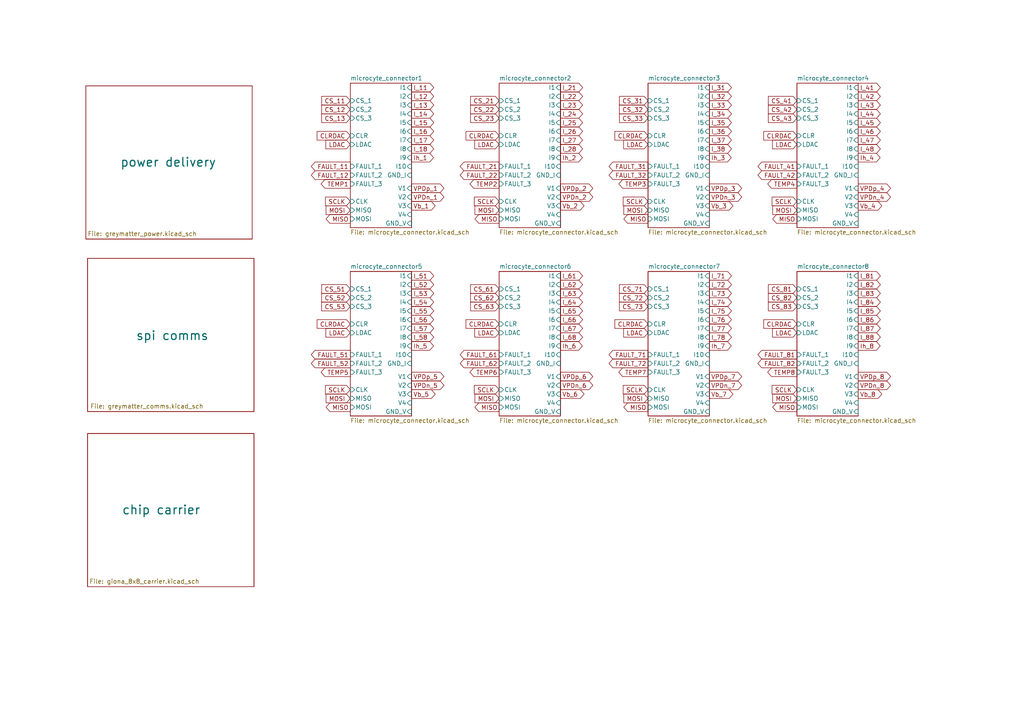
<source format=kicad_sch>
(kicad_sch
	(version 20250114)
	(generator "eeschema")
	(generator_version "9.0")
	(uuid "d2a0d6ba-d632-41fc-b65b-e3ce7475449d")
	(paper "A4")
	(title_block
		(title "RNN_DAC_Motherboard")
		(date "2025-08-27")
		(rev "1")
		(company "Shastri Lab")
		(comment 1 "Author: hughmor")
	)
	(lib_symbols)
	(global_label "Ih_7"
		(shape output)
		(at 205.74 100.33 0)
		(fields_autoplaced yes)
		(effects
			(font
				(size 1.27 1.27)
			)
			(justify left)
		)
		(uuid "007468cc-e0a1-42aa-80e7-abf1cab4af05")
		(property "Intersheetrefs" "${INTERSHEET_REFS}"
			(at 212.6561 100.33 0)
			(effects
				(font
					(size 1.27 1.27)
				)
				(justify left)
				(hide yes)
			)
		)
	)
	(global_label "Vb_8"
		(shape output)
		(at 248.92 114.3 0)
		(fields_autoplaced yes)
		(effects
			(font
				(size 1.27 1.27)
			)
			(justify left)
		)
		(uuid "01b8f527-ce3b-4ba9-bac2-fbf940cb178d")
		(property "Intersheetrefs" "${INTERSHEET_REFS}"
			(at 256.3199 114.3 0)
			(effects
				(font
					(size 1.27 1.27)
				)
				(justify left)
				(hide yes)
			)
		)
	)
	(global_label "CS_21"
		(shape input)
		(at 144.78 29.21 180)
		(fields_autoplaced yes)
		(effects
			(font
				(size 1.27 1.27)
			)
			(justify right)
		)
		(uuid "03f44d51-5bb0-4093-a5f4-e5bd7faf8113")
		(property "Intersheetrefs" "${INTERSHEET_REFS}"
			(at 135.9287 29.21 0)
			(effects
				(font
					(size 1.27 1.27)
				)
				(justify right)
				(hide yes)
			)
		)
	)
	(global_label "MOSI"
		(shape input)
		(at 101.6 60.96 180)
		(fields_autoplaced yes)
		(effects
			(font
				(size 1.27 1.27)
			)
			(justify right)
		)
		(uuid "049d2123-d354-422b-8fb3-dd514a0aaf42")
		(property "Intersheetrefs" "${INTERSHEET_REFS}"
			(at 94.0186 60.96 0)
			(effects
				(font
					(size 1.27 1.27)
				)
				(justify right)
				(hide yes)
			)
		)
	)
	(global_label "FAULT_52"
		(shape output)
		(at 101.6 105.41 180)
		(fields_autoplaced yes)
		(effects
			(font
				(size 1.27 1.27)
			)
			(justify right)
		)
		(uuid "07649ac6-93e0-42d1-ae33-40e844d62a8d")
		(property "Intersheetrefs" "${INTERSHEET_REFS}"
			(at 89.7248 105.41 0)
			(effects
				(font
					(size 1.27 1.27)
				)
				(justify right)
				(hide yes)
			)
		)
	)
	(global_label "I_45"
		(shape output)
		(at 248.92 35.56 0)
		(fields_autoplaced yes)
		(effects
			(font
				(size 1.27 1.27)
			)
			(justify left)
		)
		(uuid "0c09e52f-d6f7-4ba7-9555-04c0603161be")
		(property "Intersheetrefs" "${INTERSHEET_REFS}"
			(at 255.8966 35.56 0)
			(effects
				(font
					(size 1.27 1.27)
				)
				(justify left)
				(hide yes)
			)
		)
	)
	(global_label "CLRDAC"
		(shape input)
		(at 187.96 39.37 180)
		(fields_autoplaced yes)
		(effects
			(font
				(size 1.27 1.27)
			)
			(justify right)
		)
		(uuid "0c51ce43-f696-4bd7-8d11-2874b7077ca1")
		(property "Intersheetrefs" "${INTERSHEET_REFS}"
			(at 177.7781 39.37 0)
			(effects
				(font
					(size 1.27 1.27)
				)
				(justify right)
				(hide yes)
			)
		)
	)
	(global_label "VPDn_4"
		(shape output)
		(at 248.92 57.15 0)
		(fields_autoplaced yes)
		(effects
			(font
				(size 1.27 1.27)
			)
			(justify left)
		)
		(uuid "0cbaba4a-686f-4035-b168-754467d2b593")
		(property "Intersheetrefs" "${INTERSHEET_REFS}"
			(at 258.8599 57.15 0)
			(effects
				(font
					(size 1.27 1.27)
				)
				(justify left)
				(hide yes)
			)
		)
	)
	(global_label "TEMP6"
		(shape output)
		(at 144.78 107.95 180)
		(fields_autoplaced yes)
		(effects
			(font
				(size 1.27 1.27)
			)
			(justify right)
		)
		(uuid "0d1df286-7bac-4291-a1b4-da38eccf3e62")
		(property "Intersheetrefs" "${INTERSHEET_REFS}"
			(at 135.7473 107.95 0)
			(effects
				(font
					(size 1.27 1.27)
				)
				(justify right)
				(hide yes)
			)
		)
	)
	(global_label "FAULT_32"
		(shape output)
		(at 187.96 50.8 180)
		(fields_autoplaced yes)
		(effects
			(font
				(size 1.27 1.27)
			)
			(justify right)
		)
		(uuid "0d755ddc-e156-4807-ae4a-f1caf254d73c")
		(property "Intersheetrefs" "${INTERSHEET_REFS}"
			(at 176.0848 50.8 0)
			(effects
				(font
					(size 1.27 1.27)
				)
				(justify right)
				(hide yes)
			)
		)
	)
	(global_label "I_43"
		(shape output)
		(at 248.92 30.48 0)
		(fields_autoplaced yes)
		(effects
			(font
				(size 1.27 1.27)
			)
			(justify left)
		)
		(uuid "0d75d393-1a6e-4496-bc57-76134d2346c7")
		(property "Intersheetrefs" "${INTERSHEET_REFS}"
			(at 255.8966 30.48 0)
			(effects
				(font
					(size 1.27 1.27)
				)
				(justify left)
				(hide yes)
			)
		)
	)
	(global_label "CS_82"
		(shape input)
		(at 231.14 86.36 180)
		(fields_autoplaced yes)
		(effects
			(font
				(size 1.27 1.27)
			)
			(justify right)
		)
		(uuid "0e76de35-a4ce-41e1-b4eb-85abf749dc30")
		(property "Intersheetrefs" "${INTERSHEET_REFS}"
			(at 222.2887 86.36 0)
			(effects
				(font
					(size 1.27 1.27)
				)
				(justify right)
				(hide yes)
			)
		)
	)
	(global_label "LDAC"
		(shape input)
		(at 187.96 41.91 180)
		(fields_autoplaced yes)
		(effects
			(font
				(size 1.27 1.27)
			)
			(justify right)
		)
		(uuid "0edcf148-ea3e-4183-a118-0daa6c2a1bb5")
		(property "Intersheetrefs" "${INTERSHEET_REFS}"
			(at 180.3181 41.91 0)
			(effects
				(font
					(size 1.27 1.27)
				)
				(justify right)
				(hide yes)
			)
		)
	)
	(global_label "I_37"
		(shape output)
		(at 205.74 40.64 0)
		(fields_autoplaced yes)
		(effects
			(font
				(size 1.27 1.27)
			)
			(justify left)
		)
		(uuid "0f3e1e6d-203b-4ca6-9866-9139cb1a1e91")
		(property "Intersheetrefs" "${INTERSHEET_REFS}"
			(at 212.7166 40.64 0)
			(effects
				(font
					(size 1.27 1.27)
				)
				(justify left)
				(hide yes)
			)
		)
	)
	(global_label "SCLK"
		(shape input)
		(at 101.6 58.42 180)
		(fields_autoplaced yes)
		(effects
			(font
				(size 1.27 1.27)
			)
			(justify right)
		)
		(uuid "10b433d0-9271-43d3-9603-1e08e34cd51f")
		(property "Intersheetrefs" "${INTERSHEET_REFS}"
			(at 93.8372 58.42 0)
			(effects
				(font
					(size 1.27 1.27)
				)
				(justify right)
				(hide yes)
			)
		)
	)
	(global_label "VPDp_4"
		(shape output)
		(at 248.92 54.61 0)
		(fields_autoplaced yes)
		(effects
			(font
				(size 1.27 1.27)
			)
			(justify left)
		)
		(uuid "13e3b0f1-ab72-413c-a1da-56a233567e7c")
		(property "Intersheetrefs" "${INTERSHEET_REFS}"
			(at 258.8599 54.61 0)
			(effects
				(font
					(size 1.27 1.27)
				)
				(justify left)
				(hide yes)
			)
		)
	)
	(global_label "I_63"
		(shape output)
		(at 162.56 85.09 0)
		(fields_autoplaced yes)
		(effects
			(font
				(size 1.27 1.27)
			)
			(justify left)
		)
		(uuid "1844dbb9-6b79-4ba6-a0ae-37f52e73da5a")
		(property "Intersheetrefs" "${INTERSHEET_REFS}"
			(at 169.5366 85.09 0)
			(effects
				(font
					(size 1.27 1.27)
				)
				(justify left)
				(hide yes)
			)
		)
	)
	(global_label "LDAC"
		(shape input)
		(at 231.14 96.52 180)
		(fields_autoplaced yes)
		(effects
			(font
				(size 1.27 1.27)
			)
			(justify right)
		)
		(uuid "18d019bf-b84a-4b74-b196-8af9d9d69fd2")
		(property "Intersheetrefs" "${INTERSHEET_REFS}"
			(at 223.4981 96.52 0)
			(effects
				(font
					(size 1.27 1.27)
				)
				(justify right)
				(hide yes)
			)
		)
	)
	(global_label "I_21"
		(shape output)
		(at 162.56 25.4 0)
		(fields_autoplaced yes)
		(effects
			(font
				(size 1.27 1.27)
			)
			(justify left)
		)
		(uuid "18ee604d-393b-4bd7-9a22-9a622f2ce50b")
		(property "Intersheetrefs" "${INTERSHEET_REFS}"
			(at 169.5366 25.4 0)
			(effects
				(font
					(size 1.27 1.27)
				)
				(justify left)
				(hide yes)
			)
		)
	)
	(global_label "CS_72"
		(shape input)
		(at 187.96 86.36 180)
		(fields_autoplaced yes)
		(effects
			(font
				(size 1.27 1.27)
			)
			(justify right)
		)
		(uuid "1ab9849d-c8af-4607-819d-9b22b7f1006f")
		(property "Intersheetrefs" "${INTERSHEET_REFS}"
			(at 179.1087 86.36 0)
			(effects
				(font
					(size 1.27 1.27)
				)
				(justify right)
				(hide yes)
			)
		)
	)
	(global_label "FAULT_41"
		(shape output)
		(at 231.14 48.26 180)
		(fields_autoplaced yes)
		(effects
			(font
				(size 1.27 1.27)
			)
			(justify right)
		)
		(uuid "1b7d3125-53f4-49c7-a241-a8c2a582c47c")
		(property "Intersheetrefs" "${INTERSHEET_REFS}"
			(at 219.2648 48.26 0)
			(effects
				(font
					(size 1.27 1.27)
				)
				(justify right)
				(hide yes)
			)
		)
	)
	(global_label "I_52"
		(shape output)
		(at 119.38 82.55 0)
		(fields_autoplaced yes)
		(effects
			(font
				(size 1.27 1.27)
			)
			(justify left)
		)
		(uuid "1ba4e863-ca06-4510-8c9d-770e2d66c717")
		(property "Intersheetrefs" "${INTERSHEET_REFS}"
			(at 126.3566 82.55 0)
			(effects
				(font
					(size 1.27 1.27)
				)
				(justify left)
				(hide yes)
			)
		)
	)
	(global_label "CLRDAC"
		(shape input)
		(at 187.96 93.98 180)
		(fields_autoplaced yes)
		(effects
			(font
				(size 1.27 1.27)
			)
			(justify right)
		)
		(uuid "1d1fcb30-5965-4465-ad8a-57a0eecbe549")
		(property "Intersheetrefs" "${INTERSHEET_REFS}"
			(at 177.7781 93.98 0)
			(effects
				(font
					(size 1.27 1.27)
				)
				(justify right)
				(hide yes)
			)
		)
	)
	(global_label "SCLK"
		(shape input)
		(at 231.14 113.03 180)
		(fields_autoplaced yes)
		(effects
			(font
				(size 1.27 1.27)
			)
			(justify right)
		)
		(uuid "203dffed-b786-4689-a736-6f4c9e3081d0")
		(property "Intersheetrefs" "${INTERSHEET_REFS}"
			(at 223.3772 113.03 0)
			(effects
				(font
					(size 1.27 1.27)
				)
				(justify right)
				(hide yes)
			)
		)
	)
	(global_label "I_68"
		(shape output)
		(at 162.56 97.79 0)
		(fields_autoplaced yes)
		(effects
			(font
				(size 1.27 1.27)
			)
			(justify left)
		)
		(uuid "208af2ab-8f1e-45cf-99ef-415c5725698e")
		(property "Intersheetrefs" "${INTERSHEET_REFS}"
			(at 169.5366 97.79 0)
			(effects
				(font
					(size 1.27 1.27)
				)
				(justify left)
				(hide yes)
			)
		)
	)
	(global_label "CS_31"
		(shape input)
		(at 187.96 29.21 180)
		(fields_autoplaced yes)
		(effects
			(font
				(size 1.27 1.27)
			)
			(justify right)
		)
		(uuid "2111245c-5d80-41d7-8fb5-d5d5a10b39f1")
		(property "Intersheetrefs" "${INTERSHEET_REFS}"
			(at 179.1087 29.21 0)
			(effects
				(font
					(size 1.27 1.27)
				)
				(justify right)
				(hide yes)
			)
		)
	)
	(global_label "I_87"
		(shape output)
		(at 248.92 95.25 0)
		(fields_autoplaced yes)
		(effects
			(font
				(size 1.27 1.27)
			)
			(justify left)
		)
		(uuid "219ade55-0fec-40e9-8b95-0ede34adc969")
		(property "Intersheetrefs" "${INTERSHEET_REFS}"
			(at 255.8966 95.25 0)
			(effects
				(font
					(size 1.27 1.27)
				)
				(justify left)
				(hide yes)
			)
		)
	)
	(global_label "I_35"
		(shape output)
		(at 205.74 35.56 0)
		(fields_autoplaced yes)
		(effects
			(font
				(size 1.27 1.27)
			)
			(justify left)
		)
		(uuid "22a29dbe-1c45-4e41-8ac5-83c794187865")
		(property "Intersheetrefs" "${INTERSHEET_REFS}"
			(at 212.7166 35.56 0)
			(effects
				(font
					(size 1.27 1.27)
				)
				(justify left)
				(hide yes)
			)
		)
	)
	(global_label "TEMP1"
		(shape output)
		(at 101.6 53.34 180)
		(fields_autoplaced yes)
		(effects
			(font
				(size 1.27 1.27)
			)
			(justify right)
		)
		(uuid "22e55f9c-ce9d-4575-88ea-247adbfa39c1")
		(property "Intersheetrefs" "${INTERSHEET_REFS}"
			(at 92.5673 53.34 0)
			(effects
				(font
					(size 1.27 1.27)
				)
				(justify right)
				(hide yes)
			)
		)
	)
	(global_label "I_34"
		(shape output)
		(at 205.74 33.02 0)
		(fields_autoplaced yes)
		(effects
			(font
				(size 1.27 1.27)
			)
			(justify left)
		)
		(uuid "250e0958-f9fd-4ce1-9447-a0907bfefa28")
		(property "Intersheetrefs" "${INTERSHEET_REFS}"
			(at 212.7166 33.02 0)
			(effects
				(font
					(size 1.27 1.27)
				)
				(justify left)
				(hide yes)
			)
		)
	)
	(global_label "I_46"
		(shape output)
		(at 248.92 38.1 0)
		(fields_autoplaced yes)
		(effects
			(font
				(size 1.27 1.27)
			)
			(justify left)
		)
		(uuid "259424af-a353-461d-95d6-4e57254bdb16")
		(property "Intersheetrefs" "${INTERSHEET_REFS}"
			(at 255.8966 38.1 0)
			(effects
				(font
					(size 1.27 1.27)
				)
				(justify left)
				(hide yes)
			)
		)
	)
	(global_label "CS_11"
		(shape input)
		(at 101.6 29.21 180)
		(fields_autoplaced yes)
		(effects
			(font
				(size 1.27 1.27)
			)
			(justify right)
		)
		(uuid "286e4cab-a74c-4980-be3e-9f5d9f83e850")
		(property "Intersheetrefs" "${INTERSHEET_REFS}"
			(at 92.7487 29.21 0)
			(effects
				(font
					(size 1.27 1.27)
				)
				(justify right)
				(hide yes)
			)
		)
	)
	(global_label "I_58"
		(shape output)
		(at 119.38 97.79 0)
		(fields_autoplaced yes)
		(effects
			(font
				(size 1.27 1.27)
			)
			(justify left)
		)
		(uuid "28a841b8-ac45-4e99-83d3-6628c2c4687e")
		(property "Intersheetrefs" "${INTERSHEET_REFS}"
			(at 126.3566 97.79 0)
			(effects
				(font
					(size 1.27 1.27)
				)
				(justify left)
				(hide yes)
			)
		)
	)
	(global_label "I_75"
		(shape output)
		(at 205.74 90.17 0)
		(fields_autoplaced yes)
		(effects
			(font
				(size 1.27 1.27)
			)
			(justify left)
		)
		(uuid "28d7d4eb-00d4-4947-aafa-680b4aa9fab6")
		(property "Intersheetrefs" "${INTERSHEET_REFS}"
			(at 212.7166 90.17 0)
			(effects
				(font
					(size 1.27 1.27)
				)
				(justify left)
				(hide yes)
			)
		)
	)
	(global_label "I_86"
		(shape output)
		(at 248.92 92.71 0)
		(fields_autoplaced yes)
		(effects
			(font
				(size 1.27 1.27)
			)
			(justify left)
		)
		(uuid "2984a58d-5095-4861-bf9d-bde8bcf1d03b")
		(property "Intersheetrefs" "${INTERSHEET_REFS}"
			(at 255.8966 92.71 0)
			(effects
				(font
					(size 1.27 1.27)
				)
				(justify left)
				(hide yes)
			)
		)
	)
	(global_label "Vb_3"
		(shape output)
		(at 205.74 59.69 0)
		(fields_autoplaced yes)
		(effects
			(font
				(size 1.27 1.27)
			)
			(justify left)
		)
		(uuid "2ad12346-7db3-4f27-b77c-b737af7d9560")
		(property "Intersheetrefs" "${INTERSHEET_REFS}"
			(at 213.1399 59.69 0)
			(effects
				(font
					(size 1.27 1.27)
				)
				(justify left)
				(hide yes)
			)
		)
	)
	(global_label "MOSI"
		(shape input)
		(at 101.6 115.57 180)
		(fields_autoplaced yes)
		(effects
			(font
				(size 1.27 1.27)
			)
			(justify right)
		)
		(uuid "2b6b22eb-9828-4ad6-8b15-a9b8828181fb")
		(property "Intersheetrefs" "${INTERSHEET_REFS}"
			(at 94.0186 115.57 0)
			(effects
				(font
					(size 1.27 1.27)
				)
				(justify right)
				(hide yes)
			)
		)
	)
	(global_label "CS_32"
		(shape input)
		(at 187.96 31.75 180)
		(fields_autoplaced yes)
		(effects
			(font
				(size 1.27 1.27)
			)
			(justify right)
		)
		(uuid "2c0eea78-6320-42d3-9398-256a1fcd6ee8")
		(property "Intersheetrefs" "${INTERSHEET_REFS}"
			(at 179.1087 31.75 0)
			(effects
				(font
					(size 1.27 1.27)
				)
				(justify right)
				(hide yes)
			)
		)
	)
	(global_label "TEMP7"
		(shape output)
		(at 187.96 107.95 180)
		(fields_autoplaced yes)
		(effects
			(font
				(size 1.27 1.27)
			)
			(justify right)
		)
		(uuid "2d2a4883-f743-4fd3-a542-6012538fd689")
		(property "Intersheetrefs" "${INTERSHEET_REFS}"
			(at 178.9273 107.95 0)
			(effects
				(font
					(size 1.27 1.27)
				)
				(justify right)
				(hide yes)
			)
		)
	)
	(global_label "I_61"
		(shape output)
		(at 162.56 80.01 0)
		(fields_autoplaced yes)
		(effects
			(font
				(size 1.27 1.27)
			)
			(justify left)
		)
		(uuid "2d3382c4-8f18-4145-b00b-83f0de51d8fd")
		(property "Intersheetrefs" "${INTERSHEET_REFS}"
			(at 169.5366 80.01 0)
			(effects
				(font
					(size 1.27 1.27)
				)
				(justify left)
				(hide yes)
			)
		)
	)
	(global_label "VPDn_6"
		(shape output)
		(at 162.56 111.76 0)
		(fields_autoplaced yes)
		(effects
			(font
				(size 1.27 1.27)
			)
			(justify left)
		)
		(uuid "2f6fac57-465a-46be-9af1-ada30dfa2f67")
		(property "Intersheetrefs" "${INTERSHEET_REFS}"
			(at 172.4999 111.76 0)
			(effects
				(font
					(size 1.27 1.27)
				)
				(justify left)
				(hide yes)
			)
		)
	)
	(global_label "Ih_5"
		(shape output)
		(at 119.38 100.33 0)
		(fields_autoplaced yes)
		(effects
			(font
				(size 1.27 1.27)
			)
			(justify left)
		)
		(uuid "311dee07-78e8-4cff-a566-4bc71ee3ac17")
		(property "Intersheetrefs" "${INTERSHEET_REFS}"
			(at 126.2961 100.33 0)
			(effects
				(font
					(size 1.27 1.27)
				)
				(justify left)
				(hide yes)
			)
		)
	)
	(global_label "VPDn_8"
		(shape output)
		(at 248.92 111.76 0)
		(fields_autoplaced yes)
		(effects
			(font
				(size 1.27 1.27)
			)
			(justify left)
		)
		(uuid "34d5bd11-d8fe-4794-8ba2-8cd318ebfbab")
		(property "Intersheetrefs" "${INTERSHEET_REFS}"
			(at 258.8599 111.76 0)
			(effects
				(font
					(size 1.27 1.27)
				)
				(justify left)
				(hide yes)
			)
		)
	)
	(global_label "CS_53"
		(shape input)
		(at 101.6 88.9 180)
		(fields_autoplaced yes)
		(effects
			(font
				(size 1.27 1.27)
			)
			(justify right)
		)
		(uuid "36ec62b7-0d6f-4c1d-867e-6b692729620f")
		(property "Intersheetrefs" "${INTERSHEET_REFS}"
			(at 92.7487 88.9 0)
			(effects
				(font
					(size 1.27 1.27)
				)
				(justify right)
				(hide yes)
			)
		)
	)
	(global_label "CS_23"
		(shape input)
		(at 144.78 34.29 180)
		(fields_autoplaced yes)
		(effects
			(font
				(size 1.27 1.27)
			)
			(justify right)
		)
		(uuid "3706357d-d5e1-4c54-983c-873a22ee814c")
		(property "Intersheetrefs" "${INTERSHEET_REFS}"
			(at 135.9287 34.29 0)
			(effects
				(font
					(size 1.27 1.27)
				)
				(justify right)
				(hide yes)
			)
		)
	)
	(global_label "I_42"
		(shape output)
		(at 248.92 27.94 0)
		(fields_autoplaced yes)
		(effects
			(font
				(size 1.27 1.27)
			)
			(justify left)
		)
		(uuid "37d39e12-2d38-4298-a494-afbea8f7d298")
		(property "Intersheetrefs" "${INTERSHEET_REFS}"
			(at 255.8966 27.94 0)
			(effects
				(font
					(size 1.27 1.27)
				)
				(justify left)
				(hide yes)
			)
		)
	)
	(global_label "TEMP2"
		(shape output)
		(at 144.78 53.34 180)
		(fields_autoplaced yes)
		(effects
			(font
				(size 1.27 1.27)
			)
			(justify right)
		)
		(uuid "381af130-d22f-43d2-8f02-c61f6f14e605")
		(property "Intersheetrefs" "${INTERSHEET_REFS}"
			(at 135.7473 53.34 0)
			(effects
				(font
					(size 1.27 1.27)
				)
				(justify right)
				(hide yes)
			)
		)
	)
	(global_label "FAULT_22"
		(shape output)
		(at 144.78 50.8 180)
		(fields_autoplaced yes)
		(effects
			(font
				(size 1.27 1.27)
			)
			(justify right)
		)
		(uuid "3dbe7bcd-6f88-4766-807d-74631ea9ded6")
		(property "Intersheetrefs" "${INTERSHEET_REFS}"
			(at 132.9048 50.8 0)
			(effects
				(font
					(size 1.27 1.27)
				)
				(justify right)
				(hide yes)
			)
		)
	)
	(global_label "Ih_3"
		(shape output)
		(at 205.74 45.72 0)
		(fields_autoplaced yes)
		(effects
			(font
				(size 1.27 1.27)
			)
			(justify left)
		)
		(uuid "3dc20353-289c-4c8c-8c6e-fabcdf64034f")
		(property "Intersheetrefs" "${INTERSHEET_REFS}"
			(at 212.6561 45.72 0)
			(effects
				(font
					(size 1.27 1.27)
				)
				(justify left)
				(hide yes)
			)
		)
	)
	(global_label "I_88"
		(shape output)
		(at 248.92 97.79 0)
		(fields_autoplaced yes)
		(effects
			(font
				(size 1.27 1.27)
			)
			(justify left)
		)
		(uuid "3e4752ec-b0fd-434c-9ef5-a69035696f1e")
		(property "Intersheetrefs" "${INTERSHEET_REFS}"
			(at 255.8966 97.79 0)
			(effects
				(font
					(size 1.27 1.27)
				)
				(justify left)
				(hide yes)
			)
		)
	)
	(global_label "Vb_7"
		(shape output)
		(at 205.74 114.3 0)
		(fields_autoplaced yes)
		(effects
			(font
				(size 1.27 1.27)
			)
			(justify left)
		)
		(uuid "4259cc2c-f0b0-4926-9c2e-cac681028aff")
		(property "Intersheetrefs" "${INTERSHEET_REFS}"
			(at 213.1399 114.3 0)
			(effects
				(font
					(size 1.27 1.27)
				)
				(justify left)
				(hide yes)
			)
		)
	)
	(global_label "VPDn_5"
		(shape output)
		(at 119.38 111.76 0)
		(fields_autoplaced yes)
		(effects
			(font
				(size 1.27 1.27)
			)
			(justify left)
		)
		(uuid "43e49069-8dfe-4341-a1df-d54f8f167128")
		(property "Intersheetrefs" "${INTERSHEET_REFS}"
			(at 129.3199 111.76 0)
			(effects
				(font
					(size 1.27 1.27)
				)
				(justify left)
				(hide yes)
			)
		)
	)
	(global_label "I_71"
		(shape output)
		(at 205.74 80.01 0)
		(fields_autoplaced yes)
		(effects
			(font
				(size 1.27 1.27)
			)
			(justify left)
		)
		(uuid "468519aa-0445-4f20-aadc-6490bd9ee0a1")
		(property "Intersheetrefs" "${INTERSHEET_REFS}"
			(at 212.7166 80.01 0)
			(effects
				(font
					(size 1.27 1.27)
				)
				(justify left)
				(hide yes)
			)
		)
	)
	(global_label "CS_33"
		(shape input)
		(at 187.96 34.29 180)
		(fields_autoplaced yes)
		(effects
			(font
				(size 1.27 1.27)
			)
			(justify right)
		)
		(uuid "46ee6dec-c1c6-425f-be2b-9a8cf67e1a0e")
		(property "Intersheetrefs" "${INTERSHEET_REFS}"
			(at 179.1087 34.29 0)
			(effects
				(font
					(size 1.27 1.27)
				)
				(justify right)
				(hide yes)
			)
		)
	)
	(global_label "VPDp_7"
		(shape output)
		(at 205.74 109.22 0)
		(fields_autoplaced yes)
		(effects
			(font
				(size 1.27 1.27)
			)
			(justify left)
		)
		(uuid "47161368-1ff3-4446-98a1-423d79654810")
		(property "Intersheetrefs" "${INTERSHEET_REFS}"
			(at 215.6799 109.22 0)
			(effects
				(font
					(size 1.27 1.27)
				)
				(justify left)
				(hide yes)
			)
		)
	)
	(global_label "I_57"
		(shape output)
		(at 119.38 95.25 0)
		(fields_autoplaced yes)
		(effects
			(font
				(size 1.27 1.27)
			)
			(justify left)
		)
		(uuid "4b82324d-debc-40f0-9419-1926edad3879")
		(property "Intersheetrefs" "${INTERSHEET_REFS}"
			(at 126.3566 95.25 0)
			(effects
				(font
					(size 1.27 1.27)
				)
				(justify left)
				(hide yes)
			)
		)
	)
	(global_label "CS_42"
		(shape input)
		(at 231.14 31.75 180)
		(fields_autoplaced yes)
		(effects
			(font
				(size 1.27 1.27)
			)
			(justify right)
		)
		(uuid "4cf485a6-8e14-4534-97a1-08967fff26cf")
		(property "Intersheetrefs" "${INTERSHEET_REFS}"
			(at 222.2887 31.75 0)
			(effects
				(font
					(size 1.27 1.27)
				)
				(justify right)
				(hide yes)
			)
		)
	)
	(global_label "Vb_4"
		(shape output)
		(at 248.92 59.69 0)
		(fields_autoplaced yes)
		(effects
			(font
				(size 1.27 1.27)
			)
			(justify left)
		)
		(uuid "4d4dd401-520d-426d-9b5c-20c4328a5043")
		(property "Intersheetrefs" "${INTERSHEET_REFS}"
			(at 256.3199 59.69 0)
			(effects
				(font
					(size 1.27 1.27)
				)
				(justify left)
				(hide yes)
			)
		)
	)
	(global_label "I_84"
		(shape output)
		(at 248.92 87.63 0)
		(fields_autoplaced yes)
		(effects
			(font
				(size 1.27 1.27)
			)
			(justify left)
		)
		(uuid "5018d854-81a2-4b8b-bc7c-fb7d5f880e90")
		(property "Intersheetrefs" "${INTERSHEET_REFS}"
			(at 255.8966 87.63 0)
			(effects
				(font
					(size 1.27 1.27)
				)
				(justify left)
				(hide yes)
			)
		)
	)
	(global_label "CS_62"
		(shape input)
		(at 144.78 86.36 180)
		(fields_autoplaced yes)
		(effects
			(font
				(size 1.27 1.27)
			)
			(justify right)
		)
		(uuid "5055c217-8c55-4f51-b011-75fb254e4696")
		(property "Intersheetrefs" "${INTERSHEET_REFS}"
			(at 135.9287 86.36 0)
			(effects
				(font
					(size 1.27 1.27)
				)
				(justify right)
				(hide yes)
			)
		)
	)
	(global_label "Vb_1"
		(shape output)
		(at 119.38 59.69 0)
		(fields_autoplaced yes)
		(effects
			(font
				(size 1.27 1.27)
			)
			(justify left)
		)
		(uuid "5066a3c1-3a46-4aaa-9268-2fdf2ee1ee31")
		(property "Intersheetrefs" "${INTERSHEET_REFS}"
			(at 126.7799 59.69 0)
			(effects
				(font
					(size 1.27 1.27)
				)
				(justify left)
				(hide yes)
			)
		)
	)
	(global_label "I_53"
		(shape output)
		(at 119.38 85.09 0)
		(fields_autoplaced yes)
		(effects
			(font
				(size 1.27 1.27)
			)
			(justify left)
		)
		(uuid "50c6822d-2622-47f2-b47d-a62faa7bc43d")
		(property "Intersheetrefs" "${INTERSHEET_REFS}"
			(at 126.3566 85.09 0)
			(effects
				(font
					(size 1.27 1.27)
				)
				(justify left)
				(hide yes)
			)
		)
	)
	(global_label "FAULT_72"
		(shape output)
		(at 187.96 105.41 180)
		(fields_autoplaced yes)
		(effects
			(font
				(size 1.27 1.27)
			)
			(justify right)
		)
		(uuid "52ae3098-fe6b-4a6f-87f5-90bbcda32642")
		(property "Intersheetrefs" "${INTERSHEET_REFS}"
			(at 176.0848 105.41 0)
			(effects
				(font
					(size 1.27 1.27)
				)
				(justify right)
				(hide yes)
			)
		)
	)
	(global_label "FAULT_21"
		(shape output)
		(at 144.78 48.26 180)
		(fields_autoplaced yes)
		(effects
			(font
				(size 1.27 1.27)
			)
			(justify right)
		)
		(uuid "54f4bbd2-c84c-4d23-837d-3052fc713344")
		(property "Intersheetrefs" "${INTERSHEET_REFS}"
			(at 132.9048 48.26 0)
			(effects
				(font
					(size 1.27 1.27)
				)
				(justify right)
				(hide yes)
			)
		)
	)
	(global_label "I_83"
		(shape output)
		(at 248.92 85.09 0)
		(fields_autoplaced yes)
		(effects
			(font
				(size 1.27 1.27)
			)
			(justify left)
		)
		(uuid "56188e38-fcd6-45ae-81c3-478155642852")
		(property "Intersheetrefs" "${INTERSHEET_REFS}"
			(at 255.8966 85.09 0)
			(effects
				(font
					(size 1.27 1.27)
				)
				(justify left)
				(hide yes)
			)
		)
	)
	(global_label "CS_83"
		(shape input)
		(at 231.14 88.9 180)
		(fields_autoplaced yes)
		(effects
			(font
				(size 1.27 1.27)
			)
			(justify right)
		)
		(uuid "56834b93-e9a4-443a-983a-d546e933d31c")
		(property "Intersheetrefs" "${INTERSHEET_REFS}"
			(at 222.2887 88.9 0)
			(effects
				(font
					(size 1.27 1.27)
				)
				(justify right)
				(hide yes)
			)
		)
	)
	(global_label "CS_13"
		(shape input)
		(at 101.6 34.29 180)
		(fields_autoplaced yes)
		(effects
			(font
				(size 1.27 1.27)
			)
			(justify right)
		)
		(uuid "58faf9fa-13f0-4862-b80f-878017855a57")
		(property "Intersheetrefs" "${INTERSHEET_REFS}"
			(at 92.7487 34.29 0)
			(effects
				(font
					(size 1.27 1.27)
				)
				(justify right)
				(hide yes)
			)
		)
	)
	(global_label "I_76"
		(shape output)
		(at 205.74 92.71 0)
		(fields_autoplaced yes)
		(effects
			(font
				(size 1.27 1.27)
			)
			(justify left)
		)
		(uuid "5a37078d-1c0b-4ae1-9ab2-bc9137e8fbd1")
		(property "Intersheetrefs" "${INTERSHEET_REFS}"
			(at 212.7166 92.71 0)
			(effects
				(font
					(size 1.27 1.27)
				)
				(justify left)
				(hide yes)
			)
		)
	)
	(global_label "I_16"
		(shape output)
		(at 119.38 38.1 0)
		(fields_autoplaced yes)
		(effects
			(font
				(size 1.27 1.27)
			)
			(justify left)
		)
		(uuid "5b2f6883-c637-4fb2-b212-99b7094075fd")
		(property "Intersheetrefs" "${INTERSHEET_REFS}"
			(at 126.3566 38.1 0)
			(effects
				(font
					(size 1.27 1.27)
				)
				(justify left)
				(hide yes)
			)
		)
	)
	(global_label "MISO"
		(shape output)
		(at 187.96 63.5 180)
		(fields_autoplaced yes)
		(effects
			(font
				(size 1.27 1.27)
			)
			(justify right)
		)
		(uuid "5bc88b1e-c4ac-4536-8eac-bb6a3ec6c41a")
		(property "Intersheetrefs" "${INTERSHEET_REFS}"
			(at 180.3786 63.5 0)
			(effects
				(font
					(size 1.27 1.27)
				)
				(justify right)
				(hide yes)
			)
		)
	)
	(global_label "LDAC"
		(shape input)
		(at 144.78 41.91 180)
		(fields_autoplaced yes)
		(effects
			(font
				(size 1.27 1.27)
			)
			(justify right)
		)
		(uuid "5d86f5f4-bcb5-4d47-b744-2678652617b9")
		(property "Intersheetrefs" "${INTERSHEET_REFS}"
			(at 137.1381 41.91 0)
			(effects
				(font
					(size 1.27 1.27)
				)
				(justify right)
				(hide yes)
			)
		)
	)
	(global_label "VPDp_6"
		(shape output)
		(at 162.56 109.22 0)
		(fields_autoplaced yes)
		(effects
			(font
				(size 1.27 1.27)
			)
			(justify left)
		)
		(uuid "5e2d3bd7-fcbf-4c2a-b611-d3657d65decb")
		(property "Intersheetrefs" "${INTERSHEET_REFS}"
			(at 172.4999 109.22 0)
			(effects
				(font
					(size 1.27 1.27)
				)
				(justify left)
				(hide yes)
			)
		)
	)
	(global_label "Ih_2"
		(shape output)
		(at 162.56 45.72 0)
		(fields_autoplaced yes)
		(effects
			(font
				(size 1.27 1.27)
			)
			(justify left)
		)
		(uuid "60424f28-46e7-4b3b-8acd-9e1347040569")
		(property "Intersheetrefs" "${INTERSHEET_REFS}"
			(at 169.4761 45.72 0)
			(effects
				(font
					(size 1.27 1.27)
				)
				(justify left)
				(hide yes)
			)
		)
	)
	(global_label "I_24"
		(shape output)
		(at 162.56 33.02 0)
		(fields_autoplaced yes)
		(effects
			(font
				(size 1.27 1.27)
			)
			(justify left)
		)
		(uuid "6104dcff-0cc8-49f4-abaf-455b0d5cdf0d")
		(property "Intersheetrefs" "${INTERSHEET_REFS}"
			(at 169.5366 33.02 0)
			(effects
				(font
					(size 1.27 1.27)
				)
				(justify left)
				(hide yes)
			)
		)
	)
	(global_label "I_28"
		(shape output)
		(at 162.56 43.18 0)
		(fields_autoplaced yes)
		(effects
			(font
				(size 1.27 1.27)
			)
			(justify left)
		)
		(uuid "611d5ae2-2a2f-40ac-98f2-bceabab3e27f")
		(property "Intersheetrefs" "${INTERSHEET_REFS}"
			(at 169.5366 43.18 0)
			(effects
				(font
					(size 1.27 1.27)
				)
				(justify left)
				(hide yes)
			)
		)
	)
	(global_label "I_55"
		(shape output)
		(at 119.38 90.17 0)
		(fields_autoplaced yes)
		(effects
			(font
				(size 1.27 1.27)
			)
			(justify left)
		)
		(uuid "61e58772-2252-4319-bf57-77680909466a")
		(property "Intersheetrefs" "${INTERSHEET_REFS}"
			(at 126.3566 90.17 0)
			(effects
				(font
					(size 1.27 1.27)
				)
				(justify left)
				(hide yes)
			)
		)
	)
	(global_label "MISO"
		(shape output)
		(at 101.6 63.5 180)
		(fields_autoplaced yes)
		(effects
			(font
				(size 1.27 1.27)
			)
			(justify right)
		)
		(uuid "626149ce-95c2-4e15-bc4f-775b18c87e54")
		(property "Intersheetrefs" "${INTERSHEET_REFS}"
			(at 94.0186 63.5 0)
			(effects
				(font
					(size 1.27 1.27)
				)
				(justify right)
				(hide yes)
			)
		)
	)
	(global_label "Ih_6"
		(shape output)
		(at 162.56 100.33 0)
		(fields_autoplaced yes)
		(effects
			(font
				(size 1.27 1.27)
			)
			(justify left)
		)
		(uuid "640590ce-be3a-475c-8595-ef380a05ca8a")
		(property "Intersheetrefs" "${INTERSHEET_REFS}"
			(at 169.4761 100.33 0)
			(effects
				(font
					(size 1.27 1.27)
				)
				(justify left)
				(hide yes)
			)
		)
	)
	(global_label "I_78"
		(shape output)
		(at 205.74 97.79 0)
		(fields_autoplaced yes)
		(effects
			(font
				(size 1.27 1.27)
			)
			(justify left)
		)
		(uuid "640ec97f-15dc-495e-a1a4-933486e4885f")
		(property "Intersheetrefs" "${INTERSHEET_REFS}"
			(at 212.7166 97.79 0)
			(effects
				(font
					(size 1.27 1.27)
				)
				(justify left)
				(hide yes)
			)
		)
	)
	(global_label "MOSI"
		(shape input)
		(at 231.14 115.57 180)
		(fields_autoplaced yes)
		(effects
			(font
				(size 1.27 1.27)
			)
			(justify right)
		)
		(uuid "6490636a-6d98-47bc-9506-207a44874d9f")
		(property "Intersheetrefs" "${INTERSHEET_REFS}"
			(at 223.5586 115.57 0)
			(effects
				(font
					(size 1.27 1.27)
				)
				(justify right)
				(hide yes)
			)
		)
	)
	(global_label "CLRDAC"
		(shape input)
		(at 144.78 39.37 180)
		(fields_autoplaced yes)
		(effects
			(font
				(size 1.27 1.27)
			)
			(justify right)
		)
		(uuid "653875d2-5950-47d5-a03f-abea576017b4")
		(property "Intersheetrefs" "${INTERSHEET_REFS}"
			(at 134.5981 39.37 0)
			(effects
				(font
					(size 1.27 1.27)
				)
				(justify right)
				(hide yes)
			)
		)
	)
	(global_label "I_81"
		(shape output)
		(at 248.92 80.01 0)
		(fields_autoplaced yes)
		(effects
			(font
				(size 1.27 1.27)
			)
			(justify left)
		)
		(uuid "6892d0c0-8114-437c-8e03-008d27834521")
		(property "Intersheetrefs" "${INTERSHEET_REFS}"
			(at 255.8966 80.01 0)
			(effects
				(font
					(size 1.27 1.27)
				)
				(justify left)
				(hide yes)
			)
		)
	)
	(global_label "Ih_8"
		(shape output)
		(at 248.92 100.33 0)
		(fields_autoplaced yes)
		(effects
			(font
				(size 1.27 1.27)
			)
			(justify left)
		)
		(uuid "6a58caa4-9052-47d2-9139-aa3a2540841f")
		(property "Intersheetrefs" "${INTERSHEET_REFS}"
			(at 255.8361 100.33 0)
			(effects
				(font
					(size 1.27 1.27)
				)
				(justify left)
				(hide yes)
			)
		)
	)
	(global_label "I_64"
		(shape output)
		(at 162.56 87.63 0)
		(fields_autoplaced yes)
		(effects
			(font
				(size 1.27 1.27)
			)
			(justify left)
		)
		(uuid "6ee21a98-8ad3-4835-aca5-5c47dde35371")
		(property "Intersheetrefs" "${INTERSHEET_REFS}"
			(at 169.5366 87.63 0)
			(effects
				(font
					(size 1.27 1.27)
				)
				(justify left)
				(hide yes)
			)
		)
	)
	(global_label "I_14"
		(shape output)
		(at 119.38 33.02 0)
		(fields_autoplaced yes)
		(effects
			(font
				(size 1.27 1.27)
			)
			(justify left)
		)
		(uuid "6f658c58-287b-475b-8686-985b24b0eab3")
		(property "Intersheetrefs" "${INTERSHEET_REFS}"
			(at 126.3566 33.02 0)
			(effects
				(font
					(size 1.27 1.27)
				)
				(justify left)
				(hide yes)
			)
		)
	)
	(global_label "FAULT_61"
		(shape output)
		(at 144.78 102.87 180)
		(fields_autoplaced yes)
		(effects
			(font
				(size 1.27 1.27)
			)
			(justify right)
		)
		(uuid "738808d4-d1ff-422c-a35a-63f0cb846bee")
		(property "Intersheetrefs" "${INTERSHEET_REFS}"
			(at 132.9048 102.87 0)
			(effects
				(font
					(size 1.27 1.27)
				)
				(justify right)
				(hide yes)
			)
		)
	)
	(global_label "CLRDAC"
		(shape input)
		(at 231.14 93.98 180)
		(fields_autoplaced yes)
		(effects
			(font
				(size 1.27 1.27)
			)
			(justify right)
		)
		(uuid "74bc0d3c-63ca-47a8-9ddf-e8936fe52348")
		(property "Intersheetrefs" "${INTERSHEET_REFS}"
			(at 220.9581 93.98 0)
			(effects
				(font
					(size 1.27 1.27)
				)
				(justify right)
				(hide yes)
			)
		)
	)
	(global_label "I_73"
		(shape output)
		(at 205.74 85.09 0)
		(fields_autoplaced yes)
		(effects
			(font
				(size 1.27 1.27)
			)
			(justify left)
		)
		(uuid "7916a018-e858-4969-b7c0-3e41bcd684d2")
		(property "Intersheetrefs" "${INTERSHEET_REFS}"
			(at 212.7166 85.09 0)
			(effects
				(font
					(size 1.27 1.27)
				)
				(justify left)
				(hide yes)
			)
		)
	)
	(global_label "VPDn_2"
		(shape output)
		(at 162.56 57.15 0)
		(fields_autoplaced yes)
		(effects
			(font
				(size 1.27 1.27)
			)
			(justify left)
		)
		(uuid "79efe8d1-b1a6-4931-8f2a-5dce56944c77")
		(property "Intersheetrefs" "${INTERSHEET_REFS}"
			(at 172.4999 57.15 0)
			(effects
				(font
					(size 1.27 1.27)
				)
				(justify left)
				(hide yes)
			)
		)
	)
	(global_label "I_33"
		(shape output)
		(at 205.74 30.48 0)
		(fields_autoplaced yes)
		(effects
			(font
				(size 1.27 1.27)
			)
			(justify left)
		)
		(uuid "7b76d48f-24d7-4891-8273-182d7c09663c")
		(property "Intersheetrefs" "${INTERSHEET_REFS}"
			(at 212.7166 30.48 0)
			(effects
				(font
					(size 1.27 1.27)
				)
				(justify left)
				(hide yes)
			)
		)
	)
	(global_label "I_23"
		(shape output)
		(at 162.56 30.48 0)
		(fields_autoplaced yes)
		(effects
			(font
				(size 1.27 1.27)
			)
			(justify left)
		)
		(uuid "7c4c2908-1893-43ca-8c70-d7432f37c073")
		(property "Intersheetrefs" "${INTERSHEET_REFS}"
			(at 169.5366 30.48 0)
			(effects
				(font
					(size 1.27 1.27)
				)
				(justify left)
				(hide yes)
			)
		)
	)
	(global_label "VPDn_3"
		(shape output)
		(at 205.74 57.15 0)
		(fields_autoplaced yes)
		(effects
			(font
				(size 1.27 1.27)
			)
			(justify left)
		)
		(uuid "7d81a064-3c47-42d0-9a6c-d53b50632113")
		(property "Intersheetrefs" "${INTERSHEET_REFS}"
			(at 215.6799 57.15 0)
			(effects
				(font
					(size 1.27 1.27)
				)
				(justify left)
				(hide yes)
			)
		)
	)
	(global_label "I_17"
		(shape output)
		(at 119.38 40.64 0)
		(fields_autoplaced yes)
		(effects
			(font
				(size 1.27 1.27)
			)
			(justify left)
		)
		(uuid "7e0627d0-91f4-47ae-b33c-720fd61ee55d")
		(property "Intersheetrefs" "${INTERSHEET_REFS}"
			(at 126.3566 40.64 0)
			(effects
				(font
					(size 1.27 1.27)
				)
				(justify left)
				(hide yes)
			)
		)
	)
	(global_label "LDAC"
		(shape input)
		(at 187.96 96.52 180)
		(fields_autoplaced yes)
		(effects
			(font
				(size 1.27 1.27)
			)
			(justify right)
		)
		(uuid "7e492584-2833-496e-a96a-5f128b3bf0e2")
		(property "Intersheetrefs" "${INTERSHEET_REFS}"
			(at 180.3181 96.52 0)
			(effects
				(font
					(size 1.27 1.27)
				)
				(justify right)
				(hide yes)
			)
		)
	)
	(global_label "MISO"
		(shape output)
		(at 231.14 63.5 180)
		(fields_autoplaced yes)
		(effects
			(font
				(size 1.27 1.27)
			)
			(justify right)
		)
		(uuid "7f036108-01ae-4d2d-82b6-b3213bfd5a00")
		(property "Intersheetrefs" "${INTERSHEET_REFS}"
			(at 223.5586 63.5 0)
			(effects
				(font
					(size 1.27 1.27)
				)
				(justify right)
				(hide yes)
			)
		)
	)
	(global_label "LDAC"
		(shape input)
		(at 231.14 41.91 180)
		(fields_autoplaced yes)
		(effects
			(font
				(size 1.27 1.27)
			)
			(justify right)
		)
		(uuid "80ec9b78-a877-4150-a840-b77d21829a41")
		(property "Intersheetrefs" "${INTERSHEET_REFS}"
			(at 223.4981 41.91 0)
			(effects
				(font
					(size 1.27 1.27)
				)
				(justify right)
				(hide yes)
			)
		)
	)
	(global_label "I_36"
		(shape output)
		(at 205.74 38.1 0)
		(fields_autoplaced yes)
		(effects
			(font
				(size 1.27 1.27)
			)
			(justify left)
		)
		(uuid "81be5df8-5add-47b4-9f5b-af9032c380a6")
		(property "Intersheetrefs" "${INTERSHEET_REFS}"
			(at 212.7166 38.1 0)
			(effects
				(font
					(size 1.27 1.27)
				)
				(justify left)
				(hide yes)
			)
		)
	)
	(global_label "I_44"
		(shape output)
		(at 248.92 33.02 0)
		(fields_autoplaced yes)
		(effects
			(font
				(size 1.27 1.27)
			)
			(justify left)
		)
		(uuid "81dd7d37-8e83-4401-9c97-78bf198cf1e8")
		(property "Intersheetrefs" "${INTERSHEET_REFS}"
			(at 255.8966 33.02 0)
			(effects
				(font
					(size 1.27 1.27)
				)
				(justify left)
				(hide yes)
			)
		)
	)
	(global_label "TEMP3"
		(shape output)
		(at 187.96 53.34 180)
		(fields_autoplaced yes)
		(effects
			(font
				(size 1.27 1.27)
			)
			(justify right)
		)
		(uuid "83290deb-7731-4fb3-ab5e-0244c3259b3a")
		(property "Intersheetrefs" "${INTERSHEET_REFS}"
			(at 178.9273 53.34 0)
			(effects
				(font
					(size 1.27 1.27)
				)
				(justify right)
				(hide yes)
			)
		)
	)
	(global_label "FAULT_81"
		(shape output)
		(at 231.14 102.87 180)
		(fields_autoplaced yes)
		(effects
			(font
				(size 1.27 1.27)
			)
			(justify right)
		)
		(uuid "8335cd0c-28b9-4a54-a529-3495a06872d2")
		(property "Intersheetrefs" "${INTERSHEET_REFS}"
			(at 219.2648 102.87 0)
			(effects
				(font
					(size 1.27 1.27)
				)
				(justify right)
				(hide yes)
			)
		)
	)
	(global_label "SCLK"
		(shape input)
		(at 187.96 58.42 180)
		(fields_autoplaced yes)
		(effects
			(font
				(size 1.27 1.27)
			)
			(justify right)
		)
		(uuid "847cb066-3bd6-46f5-a6e6-a6c7a107827e")
		(property "Intersheetrefs" "${INTERSHEET_REFS}"
			(at 180.1972 58.42 0)
			(effects
				(font
					(size 1.27 1.27)
				)
				(justify right)
				(hide yes)
			)
		)
	)
	(global_label "I_65"
		(shape output)
		(at 162.56 90.17 0)
		(fields_autoplaced yes)
		(effects
			(font
				(size 1.27 1.27)
			)
			(justify left)
		)
		(uuid "84ffc8eb-5889-4277-8640-3866bdf1e5f2")
		(property "Intersheetrefs" "${INTERSHEET_REFS}"
			(at 169.5366 90.17 0)
			(effects
				(font
					(size 1.27 1.27)
				)
				(justify left)
				(hide yes)
			)
		)
	)
	(global_label "MOSI"
		(shape input)
		(at 187.96 115.57 180)
		(fields_autoplaced yes)
		(effects
			(font
				(size 1.27 1.27)
			)
			(justify right)
		)
		(uuid "858f6c62-9fd2-4e7a-8350-da06c4e9548d")
		(property "Intersheetrefs" "${INTERSHEET_REFS}"
			(at 180.3786 115.57 0)
			(effects
				(font
					(size 1.27 1.27)
				)
				(justify right)
				(hide yes)
			)
		)
	)
	(global_label "TEMP5"
		(shape output)
		(at 101.6 107.95 180)
		(fields_autoplaced yes)
		(effects
			(font
				(size 1.27 1.27)
			)
			(justify right)
		)
		(uuid "86507ef5-d5cb-466e-b8c7-58becdd4cf89")
		(property "Intersheetrefs" "${INTERSHEET_REFS}"
			(at 92.5673 107.95 0)
			(effects
				(font
					(size 1.27 1.27)
				)
				(justify right)
				(hide yes)
			)
		)
	)
	(global_label "Vb_6"
		(shape output)
		(at 162.56 114.3 0)
		(fields_autoplaced yes)
		(effects
			(font
				(size 1.27 1.27)
			)
			(justify left)
		)
		(uuid "881bcdde-1d2b-4996-96b9-d88943a2ac8c")
		(property "Intersheetrefs" "${INTERSHEET_REFS}"
			(at 169.9599 114.3 0)
			(effects
				(font
					(size 1.27 1.27)
				)
				(justify left)
				(hide yes)
			)
		)
	)
	(global_label "VPDn_1"
		(shape output)
		(at 119.38 57.15 0)
		(fields_autoplaced yes)
		(effects
			(font
				(size 1.27 1.27)
			)
			(justify left)
		)
		(uuid "883bbc78-5301-46a0-8a37-373928962430")
		(property "Intersheetrefs" "${INTERSHEET_REFS}"
			(at 129.3199 57.15 0)
			(effects
				(font
					(size 1.27 1.27)
				)
				(justify left)
				(hide yes)
			)
		)
	)
	(global_label "CLRDAC"
		(shape input)
		(at 101.6 93.98 180)
		(fields_autoplaced yes)
		(effects
			(font
				(size 1.27 1.27)
			)
			(justify right)
		)
		(uuid "8a7cc479-3da1-4800-abf7-b542c48201d4")
		(property "Intersheetrefs" "${INTERSHEET_REFS}"
			(at 91.4181 93.98 0)
			(effects
				(font
					(size 1.27 1.27)
				)
				(justify right)
				(hide yes)
			)
		)
	)
	(global_label "MOSI"
		(shape input)
		(at 231.14 60.96 180)
		(fields_autoplaced yes)
		(effects
			(font
				(size 1.27 1.27)
			)
			(justify right)
		)
		(uuid "8b041f72-7265-4bd6-bc77-a7a0a285b0cc")
		(property "Intersheetrefs" "${INTERSHEET_REFS}"
			(at 223.5586 60.96 0)
			(effects
				(font
					(size 1.27 1.27)
				)
				(justify right)
				(hide yes)
			)
		)
	)
	(global_label "LDAC"
		(shape input)
		(at 144.78 96.52 180)
		(fields_autoplaced yes)
		(effects
			(font
				(size 1.27 1.27)
			)
			(justify right)
		)
		(uuid "8bb2d576-7f6f-4fdf-93d9-7e7c3e5bd348")
		(property "Intersheetrefs" "${INTERSHEET_REFS}"
			(at 137.1381 96.52 0)
			(effects
				(font
					(size 1.27 1.27)
				)
				(justify right)
				(hide yes)
			)
		)
	)
	(global_label "MOSI"
		(shape input)
		(at 187.96 60.96 180)
		(fields_autoplaced yes)
		(effects
			(font
				(size 1.27 1.27)
			)
			(justify right)
		)
		(uuid "8bbf65c7-e7ce-40a5-9d19-f9d5ca324693")
		(property "Intersheetrefs" "${INTERSHEET_REFS}"
			(at 180.3786 60.96 0)
			(effects
				(font
					(size 1.27 1.27)
				)
				(justify right)
				(hide yes)
			)
		)
	)
	(global_label "I_77"
		(shape output)
		(at 205.74 95.25 0)
		(fields_autoplaced yes)
		(effects
			(font
				(size 1.27 1.27)
			)
			(justify left)
		)
		(uuid "8c3185cd-880f-4fe1-820c-494c7c766028")
		(property "Intersheetrefs" "${INTERSHEET_REFS}"
			(at 212.7166 95.25 0)
			(effects
				(font
					(size 1.27 1.27)
				)
				(justify left)
				(hide yes)
			)
		)
	)
	(global_label "I_67"
		(shape output)
		(at 162.56 95.25 0)
		(fields_autoplaced yes)
		(effects
			(font
				(size 1.27 1.27)
			)
			(justify left)
		)
		(uuid "8dc1f260-6b57-4593-831d-cd93f15b1a38")
		(property "Intersheetrefs" "${INTERSHEET_REFS}"
			(at 169.5366 95.25 0)
			(effects
				(font
					(size 1.27 1.27)
				)
				(justify left)
				(hide yes)
			)
		)
	)
	(global_label "I_31"
		(shape output)
		(at 205.74 25.4 0)
		(fields_autoplaced yes)
		(effects
			(font
				(size 1.27 1.27)
			)
			(justify left)
		)
		(uuid "8ee0725b-ceb7-43a7-806f-6d7c75b6adbe")
		(property "Intersheetrefs" "${INTERSHEET_REFS}"
			(at 212.7166 25.4 0)
			(effects
				(font
					(size 1.27 1.27)
				)
				(justify left)
				(hide yes)
			)
		)
	)
	(global_label "I_11"
		(shape output)
		(at 119.38 25.4 0)
		(fields_autoplaced yes)
		(effects
			(font
				(size 1.27 1.27)
			)
			(justify left)
		)
		(uuid "8f2b6aaa-d8a3-4381-be69-242cc977ebe7")
		(property "Intersheetrefs" "${INTERSHEET_REFS}"
			(at 126.3566 25.4 0)
			(effects
				(font
					(size 1.27 1.27)
				)
				(justify left)
				(hide yes)
			)
		)
	)
	(global_label "Ih_1"
		(shape output)
		(at 119.38 45.72 0)
		(fields_autoplaced yes)
		(effects
			(font
				(size 1.27 1.27)
			)
			(justify left)
		)
		(uuid "8f6b9f64-1990-4d05-9ed9-65d698fc1b6f")
		(property "Intersheetrefs" "${INTERSHEET_REFS}"
			(at 126.2961 45.72 0)
			(effects
				(font
					(size 1.27 1.27)
				)
				(justify left)
				(hide yes)
			)
		)
	)
	(global_label "FAULT_51"
		(shape output)
		(at 101.6 102.87 180)
		(fields_autoplaced yes)
		(effects
			(font
				(size 1.27 1.27)
			)
			(justify right)
		)
		(uuid "9407c6f6-8acc-4dba-bc2c-b5e48fcde693")
		(property "Intersheetrefs" "${INTERSHEET_REFS}"
			(at 89.7248 102.87 0)
			(effects
				(font
					(size 1.27 1.27)
				)
				(justify right)
				(hide yes)
			)
		)
	)
	(global_label "SCLK"
		(shape input)
		(at 231.14 58.42 180)
		(fields_autoplaced yes)
		(effects
			(font
				(size 1.27 1.27)
			)
			(justify right)
		)
		(uuid "946f473a-65d3-4693-8a3c-c0ffdf18239f")
		(property "Intersheetrefs" "${INTERSHEET_REFS}"
			(at 223.3772 58.42 0)
			(effects
				(font
					(size 1.27 1.27)
				)
				(justify right)
				(hide yes)
			)
		)
	)
	(global_label "CS_51"
		(shape input)
		(at 101.6 83.82 180)
		(fields_autoplaced yes)
		(effects
			(font
				(size 1.27 1.27)
			)
			(justify right)
		)
		(uuid "97835507-85ca-420e-afd9-a60a0dc786e7")
		(property "Intersheetrefs" "${INTERSHEET_REFS}"
			(at 92.7487 83.82 0)
			(effects
				(font
					(size 1.27 1.27)
				)
				(justify right)
				(hide yes)
			)
		)
	)
	(global_label "LDAC"
		(shape input)
		(at 101.6 41.91 180)
		(fields_autoplaced yes)
		(effects
			(font
				(size 1.27 1.27)
			)
			(justify right)
		)
		(uuid "995f33fd-03dc-474c-a796-873194321236")
		(property "Intersheetrefs" "${INTERSHEET_REFS}"
			(at 93.9581 41.91 0)
			(effects
				(font
					(size 1.27 1.27)
				)
				(justify right)
				(hide yes)
			)
		)
	)
	(global_label "I_22"
		(shape output)
		(at 162.56 27.94 0)
		(fields_autoplaced yes)
		(effects
			(font
				(size 1.27 1.27)
			)
			(justify left)
		)
		(uuid "9a993e59-b09d-44b2-8ce3-150c09119a39")
		(property "Intersheetrefs" "${INTERSHEET_REFS}"
			(at 169.5366 27.94 0)
			(effects
				(font
					(size 1.27 1.27)
				)
				(justify left)
				(hide yes)
			)
		)
	)
	(global_label "VPDn_7"
		(shape output)
		(at 205.74 111.76 0)
		(fields_autoplaced yes)
		(effects
			(font
				(size 1.27 1.27)
			)
			(justify left)
		)
		(uuid "9b0728dd-786d-44f4-9bf2-6eacf5d7b466")
		(property "Intersheetrefs" "${INTERSHEET_REFS}"
			(at 215.6799 111.76 0)
			(effects
				(font
					(size 1.27 1.27)
				)
				(justify left)
				(hide yes)
			)
		)
	)
	(global_label "I_15"
		(shape output)
		(at 119.38 35.56 0)
		(fields_autoplaced yes)
		(effects
			(font
				(size 1.27 1.27)
			)
			(justify left)
		)
		(uuid "9e239f55-dc06-4a80-a821-faf4b9a07c29")
		(property "Intersheetrefs" "${INTERSHEET_REFS}"
			(at 126.3566 35.56 0)
			(effects
				(font
					(size 1.27 1.27)
				)
				(justify left)
				(hide yes)
			)
		)
	)
	(global_label "MISO"
		(shape output)
		(at 231.14 118.11 180)
		(fields_autoplaced yes)
		(effects
			(font
				(size 1.27 1.27)
			)
			(justify right)
		)
		(uuid "a12342f4-66c4-4086-8aa4-45c5a8e03e25")
		(property "Intersheetrefs" "${INTERSHEET_REFS}"
			(at 223.5586 118.11 0)
			(effects
				(font
					(size 1.27 1.27)
				)
				(justify right)
				(hide yes)
			)
		)
	)
	(global_label "FAULT_62"
		(shape output)
		(at 144.78 105.41 180)
		(fields_autoplaced yes)
		(effects
			(font
				(size 1.27 1.27)
			)
			(justify right)
		)
		(uuid "a235a11c-ac18-49d3-8901-9ab0d174e432")
		(property "Intersheetrefs" "${INTERSHEET_REFS}"
			(at 132.9048 105.41 0)
			(effects
				(font
					(size 1.27 1.27)
				)
				(justify right)
				(hide yes)
			)
		)
	)
	(global_label "MOSI"
		(shape input)
		(at 144.78 60.96 180)
		(fields_autoplaced yes)
		(effects
			(font
				(size 1.27 1.27)
			)
			(justify right)
		)
		(uuid "a32f312e-780b-4a01-a1d7-3e8722334832")
		(property "Intersheetrefs" "${INTERSHEET_REFS}"
			(at 137.1986 60.96 0)
			(effects
				(font
					(size 1.27 1.27)
				)
				(justify right)
				(hide yes)
			)
		)
	)
	(global_label "I_72"
		(shape output)
		(at 205.74 82.55 0)
		(fields_autoplaced yes)
		(effects
			(font
				(size 1.27 1.27)
			)
			(justify left)
		)
		(uuid "a3479b5f-7136-4f68-ab9c-16798b81fe51")
		(property "Intersheetrefs" "${INTERSHEET_REFS}"
			(at 212.7166 82.55 0)
			(effects
				(font
					(size 1.27 1.27)
				)
				(justify left)
				(hide yes)
			)
		)
	)
	(global_label "Ih_4"
		(shape output)
		(at 248.92 45.72 0)
		(fields_autoplaced yes)
		(effects
			(font
				(size 1.27 1.27)
			)
			(justify left)
		)
		(uuid "a48f808e-23e9-4b90-97ab-83fe6ec2af44")
		(property "Intersheetrefs" "${INTERSHEET_REFS}"
			(at 255.8361 45.72 0)
			(effects
				(font
					(size 1.27 1.27)
				)
				(justify left)
				(hide yes)
			)
		)
	)
	(global_label "VPDp_3"
		(shape output)
		(at 205.74 54.61 0)
		(fields_autoplaced yes)
		(effects
			(font
				(size 1.27 1.27)
			)
			(justify left)
		)
		(uuid "a4c484ef-d616-4843-b679-a697be2596d6")
		(property "Intersheetrefs" "${INTERSHEET_REFS}"
			(at 215.6799 54.61 0)
			(effects
				(font
					(size 1.27 1.27)
				)
				(justify left)
				(hide yes)
			)
		)
	)
	(global_label "I_41"
		(shape output)
		(at 248.92 25.4 0)
		(fields_autoplaced yes)
		(effects
			(font
				(size 1.27 1.27)
			)
			(justify left)
		)
		(uuid "a7c5291c-e4d4-4aa5-9a70-0c7772c5bc2d")
		(property "Intersheetrefs" "${INTERSHEET_REFS}"
			(at 255.8966 25.4 0)
			(effects
				(font
					(size 1.27 1.27)
				)
				(justify left)
				(hide yes)
			)
		)
	)
	(global_label "TEMP8"
		(shape output)
		(at 231.14 107.95 180)
		(fields_autoplaced yes)
		(effects
			(font
				(size 1.27 1.27)
			)
			(justify right)
		)
		(uuid "a8ac6f58-f5c4-4948-9177-447d13b288bc")
		(property "Intersheetrefs" "${INTERSHEET_REFS}"
			(at 222.1073 107.95 0)
			(effects
				(font
					(size 1.27 1.27)
				)
				(justify right)
				(hide yes)
			)
		)
	)
	(global_label "I_62"
		(shape output)
		(at 162.56 82.55 0)
		(fields_autoplaced yes)
		(effects
			(font
				(size 1.27 1.27)
			)
			(justify left)
		)
		(uuid "abd78687-0478-4824-b680-ea879d236751")
		(property "Intersheetrefs" "${INTERSHEET_REFS}"
			(at 169.5366 82.55 0)
			(effects
				(font
					(size 1.27 1.27)
				)
				(justify left)
				(hide yes)
			)
		)
	)
	(global_label "FAULT_12"
		(shape output)
		(at 101.6 50.8 180)
		(fields_autoplaced yes)
		(effects
			(font
				(size 1.27 1.27)
			)
			(justify right)
		)
		(uuid "ac06acd1-f785-4468-bc79-bfc0f55e09b7")
		(property "Intersheetrefs" "${INTERSHEET_REFS}"
			(at 89.7248 50.8 0)
			(effects
				(font
					(size 1.27 1.27)
				)
				(justify right)
				(hide yes)
			)
		)
	)
	(global_label "CS_63"
		(shape input)
		(at 144.78 88.9 180)
		(fields_autoplaced yes)
		(effects
			(font
				(size 1.27 1.27)
			)
			(justify right)
		)
		(uuid "ac9efd7b-d6e1-479f-8263-c526753ba62e")
		(property "Intersheetrefs" "${INTERSHEET_REFS}"
			(at 135.9287 88.9 0)
			(effects
				(font
					(size 1.27 1.27)
				)
				(justify right)
				(hide yes)
			)
		)
	)
	(global_label "I_32"
		(shape output)
		(at 205.74 27.94 0)
		(fields_autoplaced yes)
		(effects
			(font
				(size 1.27 1.27)
			)
			(justify left)
		)
		(uuid "ade2c4fd-9eb6-4766-8cf1-b131b72fde8e")
		(property "Intersheetrefs" "${INTERSHEET_REFS}"
			(at 212.7166 27.94 0)
			(effects
				(font
					(size 1.27 1.27)
				)
				(justify left)
				(hide yes)
			)
		)
	)
	(global_label "FAULT_11"
		(shape output)
		(at 101.6 48.26 180)
		(fields_autoplaced yes)
		(effects
			(font
				(size 1.27 1.27)
			)
			(justify right)
		)
		(uuid "afa2e955-d483-4bb5-adc7-d1f4e7958543")
		(property "Intersheetrefs" "${INTERSHEET_REFS}"
			(at 89.7248 48.26 0)
			(effects
				(font
					(size 1.27 1.27)
				)
				(justify right)
				(hide yes)
			)
		)
	)
	(global_label "VPDp_5"
		(shape output)
		(at 119.38 109.22 0)
		(fields_autoplaced yes)
		(effects
			(font
				(size 1.27 1.27)
			)
			(justify left)
		)
		(uuid "b139d525-937d-4eef-9db1-982c4eb010a5")
		(property "Intersheetrefs" "${INTERSHEET_REFS}"
			(at 129.3199 109.22 0)
			(effects
				(font
					(size 1.27 1.27)
				)
				(justify left)
				(hide yes)
			)
		)
	)
	(global_label "MISO"
		(shape output)
		(at 144.78 63.5 180)
		(fields_autoplaced yes)
		(effects
			(font
				(size 1.27 1.27)
			)
			(justify right)
		)
		(uuid "b1e4f289-5f2f-4dcb-99db-0dc80611f9ff")
		(property "Intersheetrefs" "${INTERSHEET_REFS}"
			(at 137.1986 63.5 0)
			(effects
				(font
					(size 1.27 1.27)
				)
				(justify right)
				(hide yes)
			)
		)
	)
	(global_label "I_54"
		(shape output)
		(at 119.38 87.63 0)
		(fields_autoplaced yes)
		(effects
			(font
				(size 1.27 1.27)
			)
			(justify left)
		)
		(uuid "b2d603e0-252c-43a0-9a52-4e339a0838f5")
		(property "Intersheetrefs" "${INTERSHEET_REFS}"
			(at 126.3566 87.63 0)
			(effects
				(font
					(size 1.27 1.27)
				)
				(justify left)
				(hide yes)
			)
		)
	)
	(global_label "VPDp_2"
		(shape output)
		(at 162.56 54.61 0)
		(fields_autoplaced yes)
		(effects
			(font
				(size 1.27 1.27)
			)
			(justify left)
		)
		(uuid "b2ec8662-5d6d-46ea-85cd-549f504f8ae4")
		(property "Intersheetrefs" "${INTERSHEET_REFS}"
			(at 172.4999 54.61 0)
			(effects
				(font
					(size 1.27 1.27)
				)
				(justify left)
				(hide yes)
			)
		)
	)
	(global_label "I_13"
		(shape output)
		(at 119.38 30.48 0)
		(fields_autoplaced yes)
		(effects
			(font
				(size 1.27 1.27)
			)
			(justify left)
		)
		(uuid "b3a8f4ec-2c9f-4ea6-b56b-132dbe56a0cc")
		(property "Intersheetrefs" "${INTERSHEET_REFS}"
			(at 126.3566 30.48 0)
			(effects
				(font
					(size 1.27 1.27)
				)
				(justify left)
				(hide yes)
			)
		)
	)
	(global_label "FAULT_82"
		(shape output)
		(at 231.14 105.41 180)
		(fields_autoplaced yes)
		(effects
			(font
				(size 1.27 1.27)
			)
			(justify right)
		)
		(uuid "b4c48521-0ec6-498d-94f4-d3aa24dc97b9")
		(property "Intersheetrefs" "${INTERSHEET_REFS}"
			(at 219.2648 105.41 0)
			(effects
				(font
					(size 1.27 1.27)
				)
				(justify right)
				(hide yes)
			)
		)
	)
	(global_label "I_12"
		(shape output)
		(at 119.38 27.94 0)
		(fields_autoplaced yes)
		(effects
			(font
				(size 1.27 1.27)
			)
			(justify left)
		)
		(uuid "b51e869f-a15b-46ae-bdcd-985b92009e98")
		(property "Intersheetrefs" "${INTERSHEET_REFS}"
			(at 126.3566 27.94 0)
			(effects
				(font
					(size 1.27 1.27)
				)
				(justify left)
				(hide yes)
			)
		)
	)
	(global_label "CS_71"
		(shape input)
		(at 187.96 83.82 180)
		(fields_autoplaced yes)
		(effects
			(font
				(size 1.27 1.27)
			)
			(justify right)
		)
		(uuid "b7bf0a79-12b8-46f2-8295-597b18eee589")
		(property "Intersheetrefs" "${INTERSHEET_REFS}"
			(at 179.1087 83.82 0)
			(effects
				(font
					(size 1.27 1.27)
				)
				(justify right)
				(hide yes)
			)
		)
	)
	(global_label "I_27"
		(shape output)
		(at 162.56 40.64 0)
		(fields_autoplaced yes)
		(effects
			(font
				(size 1.27 1.27)
			)
			(justify left)
		)
		(uuid "b8581ab4-68a0-412e-a7a4-e358d1200d1a")
		(property "Intersheetrefs" "${INTERSHEET_REFS}"
			(at 169.5366 40.64 0)
			(effects
				(font
					(size 1.27 1.27)
				)
				(justify left)
				(hide yes)
			)
		)
	)
	(global_label "SCLK"
		(shape input)
		(at 187.96 113.03 180)
		(fields_autoplaced yes)
		(effects
			(font
				(size 1.27 1.27)
			)
			(justify right)
		)
		(uuid "bc4185fc-c99c-4a13-a0d4-81865e8caf3d")
		(property "Intersheetrefs" "${INTERSHEET_REFS}"
			(at 180.1972 113.03 0)
			(effects
				(font
					(size 1.27 1.27)
				)
				(justify right)
				(hide yes)
			)
		)
	)
	(global_label "I_66"
		(shape output)
		(at 162.56 92.71 0)
		(fields_autoplaced yes)
		(effects
			(font
				(size 1.27 1.27)
			)
			(justify left)
		)
		(uuid "bed41916-fca8-4ba5-a6ce-4bb6cb21a645")
		(property "Intersheetrefs" "${INTERSHEET_REFS}"
			(at 169.5366 92.71 0)
			(effects
				(font
					(size 1.27 1.27)
				)
				(justify left)
				(hide yes)
			)
		)
	)
	(global_label "I_56"
		(shape output)
		(at 119.38 92.71 0)
		(fields_autoplaced yes)
		(effects
			(font
				(size 1.27 1.27)
			)
			(justify left)
		)
		(uuid "c29a63ec-edac-4ec7-ae61-4dd82100b684")
		(property "Intersheetrefs" "${INTERSHEET_REFS}"
			(at 126.3566 92.71 0)
			(effects
				(font
					(size 1.27 1.27)
				)
				(justify left)
				(hide yes)
			)
		)
	)
	(global_label "CS_43"
		(shape input)
		(at 231.14 34.29 180)
		(fields_autoplaced yes)
		(effects
			(font
				(size 1.27 1.27)
			)
			(justify right)
		)
		(uuid "c2eb6325-b8c6-4a1c-8695-8742c44802d4")
		(property "Intersheetrefs" "${INTERSHEET_REFS}"
			(at 222.2887 34.29 0)
			(effects
				(font
					(size 1.27 1.27)
				)
				(justify right)
				(hide yes)
			)
		)
	)
	(global_label "FAULT_71"
		(shape output)
		(at 187.96 102.87 180)
		(fields_autoplaced yes)
		(effects
			(font
				(size 1.27 1.27)
			)
			(justify right)
		)
		(uuid "c3002e0f-3650-4521-abc3-7b3960d1fae9")
		(property "Intersheetrefs" "${INTERSHEET_REFS}"
			(at 176.0848 102.87 0)
			(effects
				(font
					(size 1.27 1.27)
				)
				(justify right)
				(hide yes)
			)
		)
	)
	(global_label "LDAC"
		(shape input)
		(at 101.6 96.52 180)
		(fields_autoplaced yes)
		(effects
			(font
				(size 1.27 1.27)
			)
			(justify right)
		)
		(uuid "c3cd9404-7781-46c5-8647-c10f07a97585")
		(property "Intersheetrefs" "${INTERSHEET_REFS}"
			(at 93.9581 96.52 0)
			(effects
				(font
					(size 1.27 1.27)
				)
				(justify right)
				(hide yes)
			)
		)
	)
	(global_label "I_38"
		(shape output)
		(at 205.74 43.18 0)
		(fields_autoplaced yes)
		(effects
			(font
				(size 1.27 1.27)
			)
			(justify left)
		)
		(uuid "c49c3078-5f15-4047-9b8a-2a03bd1e0554")
		(property "Intersheetrefs" "${INTERSHEET_REFS}"
			(at 212.7166 43.18 0)
			(effects
				(font
					(size 1.27 1.27)
				)
				(justify left)
				(hide yes)
			)
		)
	)
	(global_label "VPDp_8"
		(shape output)
		(at 248.92 109.22 0)
		(fields_autoplaced yes)
		(effects
			(font
				(size 1.27 1.27)
			)
			(justify left)
		)
		(uuid "c4b47cd5-867e-484c-81e0-553729f15f58")
		(property "Intersheetrefs" "${INTERSHEET_REFS}"
			(at 258.8599 109.22 0)
			(effects
				(font
					(size 1.27 1.27)
				)
				(justify left)
				(hide yes)
			)
		)
	)
	(global_label "MISO"
		(shape output)
		(at 144.78 118.11 180)
		(fields_autoplaced yes)
		(effects
			(font
				(size 1.27 1.27)
			)
			(justify right)
		)
		(uuid "cb2956c8-f9f8-42d0-8bf4-69044bb69c1b")
		(property "Intersheetrefs" "${INTERSHEET_REFS}"
			(at 137.1986 118.11 0)
			(effects
				(font
					(size 1.27 1.27)
				)
				(justify right)
				(hide yes)
			)
		)
	)
	(global_label "SCLK"
		(shape input)
		(at 144.78 58.42 180)
		(fields_autoplaced yes)
		(effects
			(font
				(size 1.27 1.27)
			)
			(justify right)
		)
		(uuid "cc114132-6cf7-4eb9-9f6d-c136cadd94f0")
		(property "Intersheetrefs" "${INTERSHEET_REFS}"
			(at 137.0172 58.42 0)
			(effects
				(font
					(size 1.27 1.27)
				)
				(justify right)
				(hide yes)
			)
		)
	)
	(global_label "CS_12"
		(shape input)
		(at 101.6 31.75 180)
		(fields_autoplaced yes)
		(effects
			(font
				(size 1.27 1.27)
			)
			(justify right)
		)
		(uuid "cceeab40-e8b4-4adb-a12d-933d88fb91ef")
		(property "Intersheetrefs" "${INTERSHEET_REFS}"
			(at 92.7487 31.75 0)
			(effects
				(font
					(size 1.27 1.27)
				)
				(justify right)
				(hide yes)
			)
		)
	)
	(global_label "CLRDAC"
		(shape input)
		(at 231.14 39.37 180)
		(fields_autoplaced yes)
		(effects
			(font
				(size 1.27 1.27)
			)
			(justify right)
		)
		(uuid "d0d72e14-b54d-43c2-be49-7e9045ad113f")
		(property "Intersheetrefs" "${INTERSHEET_REFS}"
			(at 220.9581 39.37 0)
			(effects
				(font
					(size 1.27 1.27)
				)
				(justify right)
				(hide yes)
			)
		)
	)
	(global_label "I_74"
		(shape output)
		(at 205.74 87.63 0)
		(fields_autoplaced yes)
		(effects
			(font
				(size 1.27 1.27)
			)
			(justify left)
		)
		(uuid "d280e481-8d0c-4b45-9cea-c91b64b1a417")
		(property "Intersheetrefs" "${INTERSHEET_REFS}"
			(at 212.7166 87.63 0)
			(effects
				(font
					(size 1.27 1.27)
				)
				(justify left)
				(hide yes)
			)
		)
	)
	(global_label "CLRDAC"
		(shape input)
		(at 101.6 39.37 180)
		(fields_autoplaced yes)
		(effects
			(font
				(size 1.27 1.27)
			)
			(justify right)
		)
		(uuid "d3437a26-7690-4dad-bcbe-6edc887ee58a")
		(property "Intersheetrefs" "${INTERSHEET_REFS}"
			(at 91.4181 39.37 0)
			(effects
				(font
					(size 1.27 1.27)
				)
				(justify right)
				(hide yes)
			)
		)
	)
	(global_label "VPDp_1"
		(shape output)
		(at 119.38 54.61 0)
		(fields_autoplaced yes)
		(effects
			(font
				(size 1.27 1.27)
			)
			(justify left)
		)
		(uuid "d392b6c1-439c-4197-b7cf-01a5ad2d7088")
		(property "Intersheetrefs" "${INTERSHEET_REFS}"
			(at 129.3199 54.61 0)
			(effects
				(font
					(size 1.27 1.27)
				)
				(justify left)
				(hide yes)
			)
		)
	)
	(global_label "I_48"
		(shape output)
		(at 248.92 43.18 0)
		(fields_autoplaced yes)
		(effects
			(font
				(size 1.27 1.27)
			)
			(justify left)
		)
		(uuid "d592d667-d1fd-45b5-9771-eb08c39c4947")
		(property "Intersheetrefs" "${INTERSHEET_REFS}"
			(at 255.8966 43.18 0)
			(effects
				(font
					(size 1.27 1.27)
				)
				(justify left)
				(hide yes)
			)
		)
	)
	(global_label "MISO"
		(shape output)
		(at 187.96 118.11 180)
		(fields_autoplaced yes)
		(effects
			(font
				(size 1.27 1.27)
			)
			(justify right)
		)
		(uuid "d61cdd63-db0d-4879-88ac-11ee740fad94")
		(property "Intersheetrefs" "${INTERSHEET_REFS}"
			(at 180.3786 118.11 0)
			(effects
				(font
					(size 1.27 1.27)
				)
				(justify right)
				(hide yes)
			)
		)
	)
	(global_label "TEMP4"
		(shape output)
		(at 231.14 53.34 180)
		(fields_autoplaced yes)
		(effects
			(font
				(size 1.27 1.27)
			)
			(justify right)
		)
		(uuid "d75c6181-a787-4ad3-9804-5a8506319124")
		(property "Intersheetrefs" "${INTERSHEET_REFS}"
			(at 222.1073 53.34 0)
			(effects
				(font
					(size 1.27 1.27)
				)
				(justify right)
				(hide yes)
			)
		)
	)
	(global_label "CS_41"
		(shape input)
		(at 231.14 29.21 180)
		(fields_autoplaced yes)
		(effects
			(font
				(size 1.27 1.27)
			)
			(justify right)
		)
		(uuid "d7e48350-5724-4593-83cf-e03244f07d75")
		(property "Intersheetrefs" "${INTERSHEET_REFS}"
			(at 222.2887 29.21 0)
			(effects
				(font
					(size 1.27 1.27)
				)
				(justify right)
				(hide yes)
			)
		)
	)
	(global_label "FAULT_42"
		(shape output)
		(at 231.14 50.8 180)
		(fields_autoplaced yes)
		(effects
			(font
				(size 1.27 1.27)
			)
			(justify right)
		)
		(uuid "d89dc31f-91ee-4066-97c5-dd1efd88ef64")
		(property "Intersheetrefs" "${INTERSHEET_REFS}"
			(at 219.2648 50.8 0)
			(effects
				(font
					(size 1.27 1.27)
				)
				(justify right)
				(hide yes)
			)
		)
	)
	(global_label "I_18"
		(shape output)
		(at 119.38 43.18 0)
		(fields_autoplaced yes)
		(effects
			(font
				(size 1.27 1.27)
			)
			(justify left)
		)
		(uuid "daad4b3c-8664-4878-88fb-71d0ebd7ddcb")
		(property "Intersheetrefs" "${INTERSHEET_REFS}"
			(at 126.3566 43.18 0)
			(effects
				(font
					(size 1.27 1.27)
				)
				(justify left)
				(hide yes)
			)
		)
	)
	(global_label "SCLK"
		(shape input)
		(at 101.6 113.03 180)
		(fields_autoplaced yes)
		(effects
			(font
				(size 1.27 1.27)
			)
			(justify right)
		)
		(uuid "dd70efc1-20b4-45a1-804b-97f809e915be")
		(property "Intersheetrefs" "${INTERSHEET_REFS}"
			(at 93.8372 113.03 0)
			(effects
				(font
					(size 1.27 1.27)
				)
				(justify right)
				(hide yes)
			)
		)
	)
	(global_label "MOSI"
		(shape input)
		(at 144.78 115.57 180)
		(fields_autoplaced yes)
		(effects
			(font
				(size 1.27 1.27)
			)
			(justify right)
		)
		(uuid "ddb28b12-b554-4850-8cec-2fb45e7965d6")
		(property "Intersheetrefs" "${INTERSHEET_REFS}"
			(at 137.1986 115.57 0)
			(effects
				(font
					(size 1.27 1.27)
				)
				(justify right)
				(hide yes)
			)
		)
	)
	(global_label "CS_81"
		(shape input)
		(at 231.14 83.82 180)
		(fields_autoplaced yes)
		(effects
			(font
				(size 1.27 1.27)
			)
			(justify right)
		)
		(uuid "e06431a0-8c57-43c7-abd0-8ce3399dfb4f")
		(property "Intersheetrefs" "${INTERSHEET_REFS}"
			(at 222.2887 83.82 0)
			(effects
				(font
					(size 1.27 1.27)
				)
				(justify right)
				(hide yes)
			)
		)
	)
	(global_label "I_47"
		(shape output)
		(at 248.92 40.64 0)
		(fields_autoplaced yes)
		(effects
			(font
				(size 1.27 1.27)
			)
			(justify left)
		)
		(uuid "e07cc70e-1593-4a0d-8b9b-ab34fb526fe6")
		(property "Intersheetrefs" "${INTERSHEET_REFS}"
			(at 255.8966 40.64 0)
			(effects
				(font
					(size 1.27 1.27)
				)
				(justify left)
				(hide yes)
			)
		)
	)
	(global_label "I_25"
		(shape output)
		(at 162.56 35.56 0)
		(fields_autoplaced yes)
		(effects
			(font
				(size 1.27 1.27)
			)
			(justify left)
		)
		(uuid "e1e53a97-9fb8-47dc-a737-8abd1d4ec263")
		(property "Intersheetrefs" "${INTERSHEET_REFS}"
			(at 169.5366 35.56 0)
			(effects
				(font
					(size 1.27 1.27)
				)
				(justify left)
				(hide yes)
			)
		)
	)
	(global_label "CS_73"
		(shape input)
		(at 187.96 88.9 180)
		(fields_autoplaced yes)
		(effects
			(font
				(size 1.27 1.27)
			)
			(justify right)
		)
		(uuid "e6f6a835-b9b9-44c8-adfd-628c0f9230e0")
		(property "Intersheetrefs" "${INTERSHEET_REFS}"
			(at 179.1087 88.9 0)
			(effects
				(font
					(size 1.27 1.27)
				)
				(justify right)
				(hide yes)
			)
		)
	)
	(global_label "I_85"
		(shape output)
		(at 248.92 90.17 0)
		(fields_autoplaced yes)
		(effects
			(font
				(size 1.27 1.27)
			)
			(justify left)
		)
		(uuid "e73df3c3-7bfb-4e3f-ad76-6694d5aa7a1f")
		(property "Intersheetrefs" "${INTERSHEET_REFS}"
			(at 255.8966 90.17 0)
			(effects
				(font
					(size 1.27 1.27)
				)
				(justify left)
				(hide yes)
			)
		)
	)
	(global_label "CS_52"
		(shape input)
		(at 101.6 86.36 180)
		(fields_autoplaced yes)
		(effects
			(font
				(size 1.27 1.27)
			)
			(justify right)
		)
		(uuid "e7c015b5-3afa-4353-befc-9a6cf50643d6")
		(property "Intersheetrefs" "${INTERSHEET_REFS}"
			(at 92.7487 86.36 0)
			(effects
				(font
					(size 1.27 1.27)
				)
				(justify right)
				(hide yes)
			)
		)
	)
	(global_label "MISO"
		(shape output)
		(at 101.6 118.11 180)
		(fields_autoplaced yes)
		(effects
			(font
				(size 1.27 1.27)
			)
			(justify right)
		)
		(uuid "e8c0cec1-8e1f-407f-b516-3042805c2109")
		(property "Intersheetrefs" "${INTERSHEET_REFS}"
			(at 94.0186 118.11 0)
			(effects
				(font
					(size 1.27 1.27)
				)
				(justify right)
				(hide yes)
			)
		)
	)
	(global_label "CLRDAC"
		(shape input)
		(at 144.78 93.98 180)
		(fields_autoplaced yes)
		(effects
			(font
				(size 1.27 1.27)
			)
			(justify right)
		)
		(uuid "e8cb5891-c415-4193-847b-a6d547e709a4")
		(property "Intersheetrefs" "${INTERSHEET_REFS}"
			(at 134.5981 93.98 0)
			(effects
				(font
					(size 1.27 1.27)
				)
				(justify right)
				(hide yes)
			)
		)
	)
	(global_label "FAULT_31"
		(shape output)
		(at 187.96 48.26 180)
		(fields_autoplaced yes)
		(effects
			(font
				(size 1.27 1.27)
			)
			(justify right)
		)
		(uuid "e940d11a-d325-4b4b-a0af-c8cbef04c6dd")
		(property "Intersheetrefs" "${INTERSHEET_REFS}"
			(at 176.0848 48.26 0)
			(effects
				(font
					(size 1.27 1.27)
				)
				(justify right)
				(hide yes)
			)
		)
	)
	(global_label "Vb_2"
		(shape output)
		(at 162.56 59.69 0)
		(fields_autoplaced yes)
		(effects
			(font
				(size 1.27 1.27)
			)
			(justify left)
		)
		(uuid "eac0b5e5-bf5b-4f2f-b576-564ffac640b9")
		(property "Intersheetrefs" "${INTERSHEET_REFS}"
			(at 169.9599 59.69 0)
			(effects
				(font
					(size 1.27 1.27)
				)
				(justify left)
				(hide yes)
			)
		)
	)
	(global_label "I_82"
		(shape output)
		(at 248.92 82.55 0)
		(fields_autoplaced yes)
		(effects
			(font
				(size 1.27 1.27)
			)
			(justify left)
		)
		(uuid "f0262084-174c-4c21-a2c7-d5911f05e7fc")
		(property "Intersheetrefs" "${INTERSHEET_REFS}"
			(at 255.8966 82.55 0)
			(effects
				(font
					(size 1.27 1.27)
				)
				(justify left)
				(hide yes)
			)
		)
	)
	(global_label "SCLK"
		(shape input)
		(at 144.78 113.03 180)
		(fields_autoplaced yes)
		(effects
			(font
				(size 1.27 1.27)
			)
			(justify right)
		)
		(uuid "f24c5e51-20c2-422d-bab4-ceb3cd42175e")
		(property "Intersheetrefs" "${INTERSHEET_REFS}"
			(at 137.0172 113.03 0)
			(effects
				(font
					(size 1.27 1.27)
				)
				(justify right)
				(hide yes)
			)
		)
	)
	(global_label "CS_61"
		(shape input)
		(at 144.78 83.82 180)
		(fields_autoplaced yes)
		(effects
			(font
				(size 1.27 1.27)
			)
			(justify right)
		)
		(uuid "f82411f3-579e-4768-8b08-bfdf40056d5a")
		(property "Intersheetrefs" "${INTERSHEET_REFS}"
			(at 135.9287 83.82 0)
			(effects
				(font
					(size 1.27 1.27)
				)
				(justify right)
				(hide yes)
			)
		)
	)
	(global_label "CS_22"
		(shape input)
		(at 144.78 31.75 180)
		(fields_autoplaced yes)
		(effects
			(font
				(size 1.27 1.27)
			)
			(justify right)
		)
		(uuid "fa364343-917f-4db3-9290-263b0efb2a94")
		(property "Intersheetrefs" "${INTERSHEET_REFS}"
			(at 135.9287 31.75 0)
			(effects
				(font
					(size 1.27 1.27)
				)
				(justify right)
				(hide yes)
			)
		)
	)
	(global_label "I_26"
		(shape output)
		(at 162.56 38.1 0)
		(fields_autoplaced yes)
		(effects
			(font
				(size 1.27 1.27)
			)
			(justify left)
		)
		(uuid "fa63e6b1-61d5-4ff8-86de-112be9e68e55")
		(property "Intersheetrefs" "${INTERSHEET_REFS}"
			(at 169.5366 38.1 0)
			(effects
				(font
					(size 1.27 1.27)
				)
				(justify left)
				(hide yes)
			)
		)
	)
	(global_label "Vb_5"
		(shape output)
		(at 119.38 114.3 0)
		(fields_autoplaced yes)
		(effects
			(font
				(size 1.27 1.27)
			)
			(justify left)
		)
		(uuid "fb5f3487-3a10-4e91-8ef5-a78723ab7e42")
		(property "Intersheetrefs" "${INTERSHEET_REFS}"
			(at 126.7799 114.3 0)
			(effects
				(font
					(size 1.27 1.27)
				)
				(justify left)
				(hide yes)
			)
		)
	)
	(global_label "I_51"
		(shape output)
		(at 119.38 80.01 0)
		(fields_autoplaced yes)
		(effects
			(font
				(size 1.27 1.27)
			)
			(justify left)
		)
		(uuid "fdcd67eb-f689-45a9-a8c3-b44cb9c7c1a7")
		(property "Intersheetrefs" "${INTERSHEET_REFS}"
			(at 126.3566 80.01 0)
			(effects
				(font
					(size 1.27 1.27)
				)
				(justify left)
				(hide yes)
			)
		)
	)
	(sheet
		(at 231.14 78.74)
		(size 17.78 41.91)
		(exclude_from_sim no)
		(in_bom yes)
		(on_board yes)
		(dnp no)
		(fields_autoplaced yes)
		(stroke
			(width 0.1524)
			(type solid)
		)
		(fill
			(color 0 0 0 0.0000)
		)
		(uuid "005cd5a7-8f90-4899-aa99-836a4b9f9f07")
		(property "Sheetname" "microcyte_connector8"
			(at 231.14 78.0284 0)
			(effects
				(font
					(size 1.27 1.27)
				)
				(justify left bottom)
			)
		)
		(property "Sheetfile" "microcyte_connector.kicad_sch"
			(at 231.14 121.2346 0)
			(effects
				(font
					(size 1.27 1.27)
				)
				(justify left top)
			)
		)
		(pin "CS_3" input
			(at 231.14 88.9 180)
			(uuid "43e07cef-9487-4c0b-8f8d-1abe3a12260c")
			(effects
				(font
					(size 1.27 1.27)
				)
				(justify left)
			)
		)
		(pin "CS_2" input
			(at 231.14 86.36 180)
			(uuid "427b0271-2f86-41bf-b03a-0fc709a3ed71")
			(effects
				(font
					(size 1.27 1.27)
				)
				(justify left)
			)
		)
		(pin "FAULT_2" input
			(at 231.14 105.41 180)
			(uuid "14728ed0-f0aa-4064-a454-4b8e76f43e49")
			(effects
				(font
					(size 1.27 1.27)
				)
				(justify left)
			)
		)
		(pin "FAULT_3" input
			(at 231.14 107.95 180)
			(uuid "4920305e-761c-420d-9667-f9078a5a7739")
			(effects
				(font
					(size 1.27 1.27)
				)
				(justify left)
			)
		)
		(pin "FAULT_1" input
			(at 231.14 102.87 180)
			(uuid "8792a321-85a8-40ac-aa66-70398fee062d")
			(effects
				(font
					(size 1.27 1.27)
				)
				(justify left)
			)
		)
		(pin "CS_1" input
			(at 231.14 83.82 180)
			(uuid "ab4ba0bb-61dc-4057-9ca7-e184764721ca")
			(effects
				(font
					(size 1.27 1.27)
				)
				(justify left)
			)
		)
		(pin "I9" input
			(at 248.92 100.33 0)
			(uuid "208595d7-5d48-475a-bd5f-7d005ab5cc9b")
			(effects
				(font
					(size 1.27 1.27)
				)
				(justify right)
			)
		)
		(pin "V1" input
			(at 248.92 109.22 0)
			(uuid "d3d6101e-c502-4602-97a4-691a45e042a9")
			(effects
				(font
					(size 1.27 1.27)
				)
				(justify right)
			)
		)
		(pin "V2" input
			(at 248.92 111.76 0)
			(uuid "d16b3dc5-f6a6-4983-b175-7b32565e321a")
			(effects
				(font
					(size 1.27 1.27)
				)
				(justify right)
			)
		)
		(pin "V3" input
			(at 248.92 114.3 0)
			(uuid "93f6428a-d374-4b02-9200-35c6d6ede9f9")
			(effects
				(font
					(size 1.27 1.27)
				)
				(justify right)
			)
		)
		(pin "GND_V" input
			(at 248.92 119.38 0)
			(uuid "d86e58db-3c5c-45a0-9a7c-2a877ab430a8")
			(effects
				(font
					(size 1.27 1.27)
				)
				(justify right)
			)
		)
		(pin "GND_I" input
			(at 248.92 105.41 0)
			(uuid "f70c9cad-8676-48a9-835a-e120a524c437")
			(effects
				(font
					(size 1.27 1.27)
				)
				(justify right)
			)
		)
		(pin "I4" input
			(at 248.92 87.63 0)
			(uuid "3f7675f4-3f67-4409-9a4f-d3dad85b8233")
			(effects
				(font
					(size 1.27 1.27)
				)
				(justify right)
			)
		)
		(pin "I2" input
			(at 248.92 82.55 0)
			(uuid "46911755-bea7-4ada-a71d-b802c286c18b")
			(effects
				(font
					(size 1.27 1.27)
				)
				(justify right)
			)
		)
		(pin "I3" input
			(at 248.92 85.09 0)
			(uuid "d22c00f7-cd49-4842-aefb-099070ec3a1e")
			(effects
				(font
					(size 1.27 1.27)
				)
				(justify right)
			)
		)
		(pin "I1" input
			(at 248.92 80.01 0)
			(uuid "3fdf3388-7eaf-4439-8d7b-3a2efec2b12d")
			(effects
				(font
					(size 1.27 1.27)
				)
				(justify right)
			)
		)
		(pin "I5" input
			(at 248.92 90.17 0)
			(uuid "9e1f4a9a-599f-4b24-89a1-02b249c705e5")
			(effects
				(font
					(size 1.27 1.27)
				)
				(justify right)
			)
		)
		(pin "I6" input
			(at 248.92 92.71 0)
			(uuid "3e379222-5bde-41f4-82a0-8ce3c30471c3")
			(effects
				(font
					(size 1.27 1.27)
				)
				(justify right)
			)
		)
		(pin "I7" input
			(at 248.92 95.25 0)
			(uuid "7ff58fe5-27e3-4038-b3cb-968ef3fd62fd")
			(effects
				(font
					(size 1.27 1.27)
				)
				(justify right)
			)
		)
		(pin "I8" input
			(at 248.92 97.79 0)
			(uuid "4c935ac7-a255-46cd-8cbb-c4a08973dd23")
			(effects
				(font
					(size 1.27 1.27)
				)
				(justify right)
			)
		)
		(pin "I10" input
			(at 248.92 102.87 0)
			(uuid "76ee4f93-3bff-4533-9c44-67c862f53736")
			(effects
				(font
					(size 1.27 1.27)
				)
				(justify right)
			)
		)
		(pin "V4" input
			(at 248.92 116.84 0)
			(uuid "e26851d1-9706-4b3e-a8c8-b0ae8de7a60e")
			(effects
				(font
					(size 1.27 1.27)
				)
				(justify right)
			)
		)
		(pin "CLR" input
			(at 231.14 93.98 180)
			(uuid "96a30c15-b52a-433e-80fe-a057e4b3573a")
			(effects
				(font
					(size 1.27 1.27)
				)
				(justify left)
			)
		)
		(pin "LDAC" input
			(at 231.14 96.52 180)
			(uuid "ee1d095f-8b2a-46b6-bf0e-4a4e9f997e70")
			(effects
				(font
					(size 1.27 1.27)
				)
				(justify left)
			)
		)
		(pin "CLK" input
			(at 231.14 113.03 180)
			(uuid "2ec7c9f9-df6f-4412-b92e-3d53c0307842")
			(effects
				(font
					(size 1.27 1.27)
				)
				(justify left)
			)
		)
		(pin "MISO" input
			(at 231.14 115.57 180)
			(uuid "ae229604-bb5f-4d32-8a49-076ed4d078c0")
			(effects
				(font
					(size 1.27 1.27)
				)
				(justify left)
			)
		)
		(pin "MOSI" input
			(at 231.14 118.11 180)
			(uuid "1d67d7fc-6ac7-457b-917f-8e6ae8cde152")
			(effects
				(font
					(size 1.27 1.27)
				)
				(justify left)
			)
		)
		(instances
			(project "greymatter-mobo"
				(path "/d2a0d6ba-d632-41fc-b65b-e3ce7475449d"
					(page "9")
				)
			)
		)
	)
	(sheet
		(at 187.96 78.74)
		(size 17.78 41.91)
		(exclude_from_sim no)
		(in_bom yes)
		(on_board yes)
		(dnp no)
		(fields_autoplaced yes)
		(stroke
			(width 0.1524)
			(type solid)
		)
		(fill
			(color 0 0 0 0.0000)
		)
		(uuid "020c3bee-43dc-4322-862a-b3ba45b3582f")
		(property "Sheetname" "microcyte_connector7"
			(at 187.96 78.0284 0)
			(effects
				(font
					(size 1.27 1.27)
				)
				(justify left bottom)
			)
		)
		(property "Sheetfile" "microcyte_connector.kicad_sch"
			(at 187.96 121.2346 0)
			(effects
				(font
					(size 1.27 1.27)
				)
				(justify left top)
			)
		)
		(pin "CS_3" input
			(at 187.96 88.9 180)
			(uuid "49568f57-40b1-4bba-b592-8bc586e583e3")
			(effects
				(font
					(size 1.27 1.27)
				)
				(justify left)
			)
		)
		(pin "CS_2" input
			(at 187.96 86.36 180)
			(uuid "e4ad7878-45c7-458b-a9bd-08d99c70af16")
			(effects
				(font
					(size 1.27 1.27)
				)
				(justify left)
			)
		)
		(pin "FAULT_2" input
			(at 187.96 105.41 180)
			(uuid "22f4fc65-d229-4baf-bc38-b43bd87fe646")
			(effects
				(font
					(size 1.27 1.27)
				)
				(justify left)
			)
		)
		(pin "FAULT_3" input
			(at 187.96 107.95 180)
			(uuid "f388281c-f17f-400c-86ee-ac76164d3e7f")
			(effects
				(font
					(size 1.27 1.27)
				)
				(justify left)
			)
		)
		(pin "FAULT_1" input
			(at 187.96 102.87 180)
			(uuid "e1ed55a5-f602-49af-a1d3-e85bddcf236a")
			(effects
				(font
					(size 1.27 1.27)
				)
				(justify left)
			)
		)
		(pin "CS_1" input
			(at 187.96 83.82 180)
			(uuid "6e6543b8-89d3-4a93-a6e2-13de8cb7d3fe")
			(effects
				(font
					(size 1.27 1.27)
				)
				(justify left)
			)
		)
		(pin "I9" input
			(at 205.74 100.33 0)
			(uuid "c3935ff4-431c-47b9-9117-d0e9ea3e595a")
			(effects
				(font
					(size 1.27 1.27)
				)
				(justify right)
			)
		)
		(pin "V1" input
			(at 205.74 109.22 0)
			(uuid "5740f787-cb07-4c54-9a54-f204057693a9")
			(effects
				(font
					(size 1.27 1.27)
				)
				(justify right)
			)
		)
		(pin "V2" input
			(at 205.74 111.76 0)
			(uuid "259cc3c9-27e8-499f-a74e-73c6cc5b50bb")
			(effects
				(font
					(size 1.27 1.27)
				)
				(justify right)
			)
		)
		(pin "V3" input
			(at 205.74 114.3 0)
			(uuid "e20a110c-dde6-4c02-836a-353d1cc89d76")
			(effects
				(font
					(size 1.27 1.27)
				)
				(justify right)
			)
		)
		(pin "GND_V" input
			(at 205.74 119.38 0)
			(uuid "e0edc9ce-0778-4e7a-a146-8339cb871341")
			(effects
				(font
					(size 1.27 1.27)
				)
				(justify right)
			)
		)
		(pin "GND_I" input
			(at 205.74 105.41 0)
			(uuid "dcb8e4ca-4ecf-4bdd-977c-80a9d7f12bc3")
			(effects
				(font
					(size 1.27 1.27)
				)
				(justify right)
			)
		)
		(pin "I4" input
			(at 205.74 87.63 0)
			(uuid "e89f0639-66f9-488e-a815-574d4313eba6")
			(effects
				(font
					(size 1.27 1.27)
				)
				(justify right)
			)
		)
		(pin "I2" input
			(at 205.74 82.55 0)
			(uuid "bdc24077-9254-44e5-89b6-beddfddcb416")
			(effects
				(font
					(size 1.27 1.27)
				)
				(justify right)
			)
		)
		(pin "I3" input
			(at 205.74 85.09 0)
			(uuid "cc0ddc0f-c0fc-4060-bea8-c09f10452876")
			(effects
				(font
					(size 1.27 1.27)
				)
				(justify right)
			)
		)
		(pin "I1" input
			(at 205.74 80.01 0)
			(uuid "6f28bb53-492f-4388-836d-b5a92cbf7131")
			(effects
				(font
					(size 1.27 1.27)
				)
				(justify right)
			)
		)
		(pin "I5" input
			(at 205.74 90.17 0)
			(uuid "8b885506-7744-40c4-8930-35f1d512d49b")
			(effects
				(font
					(size 1.27 1.27)
				)
				(justify right)
			)
		)
		(pin "I6" input
			(at 205.74 92.71 0)
			(uuid "a69a4994-5f94-4284-baa4-6b22dc99505c")
			(effects
				(font
					(size 1.27 1.27)
				)
				(justify right)
			)
		)
		(pin "I7" input
			(at 205.74 95.25 0)
			(uuid "3732601d-52d8-45d8-9634-0f2c9009ed2a")
			(effects
				(font
					(size 1.27 1.27)
				)
				(justify right)
			)
		)
		(pin "I8" input
			(at 205.74 97.79 0)
			(uuid "bc4acd22-32e9-4dbb-b6ae-6e237a71e712")
			(effects
				(font
					(size 1.27 1.27)
				)
				(justify right)
			)
		)
		(pin "I10" input
			(at 205.74 102.87 0)
			(uuid "08160ba2-0ff4-45e3-9076-3bedb245022b")
			(effects
				(font
					(size 1.27 1.27)
				)
				(justify right)
			)
		)
		(pin "V4" input
			(at 205.74 116.84 0)
			(uuid "93aa0d9e-6324-4328-9602-5bcaacdfce5e")
			(effects
				(font
					(size 1.27 1.27)
				)
				(justify right)
			)
		)
		(pin "CLR" input
			(at 187.96 93.98 180)
			(uuid "3126dab6-ee30-4f29-b272-6a38729fe970")
			(effects
				(font
					(size 1.27 1.27)
				)
				(justify left)
			)
		)
		(pin "LDAC" input
			(at 187.96 96.52 180)
			(uuid "32f242c7-ee8b-4b46-ada2-a353e969983d")
			(effects
				(font
					(size 1.27 1.27)
				)
				(justify left)
			)
		)
		(pin "CLK" input
			(at 187.96 113.03 180)
			(uuid "582b9c61-86c8-47bf-9f31-87f4c0f9cd43")
			(effects
				(font
					(size 1.27 1.27)
				)
				(justify left)
			)
		)
		(pin "MISO" input
			(at 187.96 115.57 180)
			(uuid "793642dd-bbb4-4d23-a27d-d3955f9798ee")
			(effects
				(font
					(size 1.27 1.27)
				)
				(justify left)
			)
		)
		(pin "MOSI" input
			(at 187.96 118.11 180)
			(uuid "f8d2d1f0-9e6f-479e-847c-44ee0eeed175")
			(effects
				(font
					(size 1.27 1.27)
				)
				(justify left)
			)
		)
		(instances
			(project "greymatter-mobo"
				(path "/d2a0d6ba-d632-41fc-b65b-e3ce7475449d"
					(page "8")
				)
			)
		)
	)
	(sheet
		(at 101.6 24.13)
		(size 17.78 41.91)
		(exclude_from_sim no)
		(in_bom yes)
		(on_board yes)
		(dnp no)
		(fields_autoplaced yes)
		(stroke
			(width 0.1524)
			(type solid)
		)
		(fill
			(color 0 0 0 0.0000)
		)
		(uuid "0a1f15f5-e795-41ac-905c-8b7d29e718eb")
		(property "Sheetname" "microcyte_connector1"
			(at 101.6 23.4184 0)
			(effects
				(font
					(size 1.27 1.27)
				)
				(justify left bottom)
			)
		)
		(property "Sheetfile" "microcyte_connector.kicad_sch"
			(at 101.6 66.6246 0)
			(effects
				(font
					(size 1.27 1.27)
				)
				(justify left top)
			)
		)
		(pin "CS_3" input
			(at 101.6 34.29 180)
			(uuid "747e5cb2-8dc7-40e5-8a48-739a3921f2ad")
			(effects
				(font
					(size 1.27 1.27)
				)
				(justify left)
			)
		)
		(pin "CS_2" input
			(at 101.6 31.75 180)
			(uuid "3e620ea8-b319-43cb-8dc6-1cb6fd47dd11")
			(effects
				(font
					(size 1.27 1.27)
				)
				(justify left)
			)
		)
		(pin "FAULT_2" input
			(at 101.6 50.8 180)
			(uuid "80056ba8-28af-4003-95bf-a511ac31afe8")
			(effects
				(font
					(size 1.27 1.27)
				)
				(justify left)
			)
		)
		(pin "FAULT_3" input
			(at 101.6 53.34 180)
			(uuid "7ff7577f-ece7-4bd0-a6e2-b427ebbaf1c1")
			(effects
				(font
					(size 1.27 1.27)
				)
				(justify left)
			)
		)
		(pin "FAULT_1" input
			(at 101.6 48.26 180)
			(uuid "618daa83-d782-4116-a54a-4aa6222dacd4")
			(effects
				(font
					(size 1.27 1.27)
				)
				(justify left)
			)
		)
		(pin "CS_1" input
			(at 101.6 29.21 180)
			(uuid "1479df40-884f-4828-94b0-003f93ff8f65")
			(effects
				(font
					(size 1.27 1.27)
				)
				(justify left)
			)
		)
		(pin "I9" input
			(at 119.38 45.72 0)
			(uuid "422f29e8-38c5-4fe6-b47c-fc02dac72947")
			(effects
				(font
					(size 1.27 1.27)
				)
				(justify right)
			)
		)
		(pin "V1" input
			(at 119.38 54.61 0)
			(uuid "ab63534a-55be-4119-96d9-f60d5e0f93ab")
			(effects
				(font
					(size 1.27 1.27)
				)
				(justify right)
			)
		)
		(pin "V2" input
			(at 119.38 57.15 0)
			(uuid "2ac41553-fbe9-4881-83df-ae8ef23119b6")
			(effects
				(font
					(size 1.27 1.27)
				)
				(justify right)
			)
		)
		(pin "V3" input
			(at 119.38 59.69 0)
			(uuid "c0638668-4c8c-4d7d-91c7-c4e694c67fb7")
			(effects
				(font
					(size 1.27 1.27)
				)
				(justify right)
			)
		)
		(pin "GND_V" input
			(at 119.38 64.77 0)
			(uuid "e064865f-3b98-4892-84ca-bcfbce82f9e1")
			(effects
				(font
					(size 1.27 1.27)
				)
				(justify right)
			)
		)
		(pin "GND_I" input
			(at 119.38 50.8 0)
			(uuid "9a94a853-57e7-4f5a-831b-5e2ab33dcd0c")
			(effects
				(font
					(size 1.27 1.27)
				)
				(justify right)
			)
		)
		(pin "I4" input
			(at 119.38 33.02 0)
			(uuid "4f9ece9d-ccbe-4933-8b41-06984af1183d")
			(effects
				(font
					(size 1.27 1.27)
				)
				(justify right)
			)
		)
		(pin "I2" input
			(at 119.38 27.94 0)
			(uuid "15ccf7da-7911-4470-a04a-64c0927c038b")
			(effects
				(font
					(size 1.27 1.27)
				)
				(justify right)
			)
		)
		(pin "I3" input
			(at 119.38 30.48 0)
			(uuid "96649cb9-ff64-4b71-ac11-cb4dae73d402")
			(effects
				(font
					(size 1.27 1.27)
				)
				(justify right)
			)
		)
		(pin "I1" input
			(at 119.38 25.4 0)
			(uuid "23689af1-b0d8-4ed7-a9f2-76641dd53c32")
			(effects
				(font
					(size 1.27 1.27)
				)
				(justify right)
			)
		)
		(pin "I5" input
			(at 119.38 35.56 0)
			(uuid "035810c3-9de4-4fe2-8546-25e6e802b9d9")
			(effects
				(font
					(size 1.27 1.27)
				)
				(justify right)
			)
		)
		(pin "I6" input
			(at 119.38 38.1 0)
			(uuid "7ccd6e99-be51-4de3-b28e-c7eb15942b36")
			(effects
				(font
					(size 1.27 1.27)
				)
				(justify right)
			)
		)
		(pin "I7" input
			(at 119.38 40.64 0)
			(uuid "58747181-ae54-41d8-ab0a-755b36e29bb7")
			(effects
				(font
					(size 1.27 1.27)
				)
				(justify right)
			)
		)
		(pin "I8" input
			(at 119.38 43.18 0)
			(uuid "1c715c8f-6340-4006-b63b-5ada09934504")
			(effects
				(font
					(size 1.27 1.27)
				)
				(justify right)
			)
		)
		(pin "I10" input
			(at 119.38 48.26 0)
			(uuid "3238b4f4-e616-4132-a630-7bfdb272cb21")
			(effects
				(font
					(size 1.27 1.27)
				)
				(justify right)
			)
		)
		(pin "V4" input
			(at 119.38 62.23 0)
			(uuid "9ad7eef9-d3c1-4b0e-9b01-72ac0b68f64f")
			(effects
				(font
					(size 1.27 1.27)
				)
				(justify right)
			)
		)
		(pin "CLR" input
			(at 101.6 39.37 180)
			(uuid "9e4bdc52-93b1-4b5a-8a9f-4ed15d3e5456")
			(effects
				(font
					(size 1.27 1.27)
				)
				(justify left)
			)
		)
		(pin "LDAC" input
			(at 101.6 41.91 180)
			(uuid "dfbc0951-1e29-44a0-916b-31faed830645")
			(effects
				(font
					(size 1.27 1.27)
				)
				(justify left)
			)
		)
		(pin "CLK" input
			(at 101.6 58.42 180)
			(uuid "78d698f7-a285-43e8-bbcd-215a047aac78")
			(effects
				(font
					(size 1.27 1.27)
				)
				(justify left)
			)
		)
		(pin "MISO" input
			(at 101.6 60.96 180)
			(uuid "47ad2aeb-2275-4dfe-8480-e92332e6b686")
			(effects
				(font
					(size 1.27 1.27)
				)
				(justify left)
			)
		)
		(pin "MOSI" input
			(at 101.6 63.5 180)
			(uuid "0af5839e-7dc3-4475-a544-8c0d3ce4e178")
			(effects
				(font
					(size 1.27 1.27)
				)
				(justify left)
			)
		)
		(instances
			(project "greymatter-mobo"
				(path "/d2a0d6ba-d632-41fc-b65b-e3ce7475449d"
					(page "2")
				)
			)
		)
	)
	(sheet
		(at 101.6 78.74)
		(size 17.78 41.91)
		(exclude_from_sim no)
		(in_bom yes)
		(on_board yes)
		(dnp no)
		(fields_autoplaced yes)
		(stroke
			(width 0.1524)
			(type solid)
		)
		(fill
			(color 0 0 0 0.0000)
		)
		(uuid "0f086c58-a3bc-43d2-b4a9-ba5c97f0dfac")
		(property "Sheetname" "microcyte_connector5"
			(at 101.6 78.0284 0)
			(effects
				(font
					(size 1.27 1.27)
				)
				(justify left bottom)
			)
		)
		(property "Sheetfile" "microcyte_connector.kicad_sch"
			(at 101.6 121.2346 0)
			(effects
				(font
					(size 1.27 1.27)
				)
				(justify left top)
			)
		)
		(pin "CS_3" input
			(at 101.6 88.9 180)
			(uuid "c7f31ab3-f2d3-4df7-9af5-9de5956033f4")
			(effects
				(font
					(size 1.27 1.27)
				)
				(justify left)
			)
		)
		(pin "CS_2" input
			(at 101.6 86.36 180)
			(uuid "eef4ff48-c14c-41ce-98c2-c31ab952c722")
			(effects
				(font
					(size 1.27 1.27)
				)
				(justify left)
			)
		)
		(pin "FAULT_2" input
			(at 101.6 105.41 180)
			(uuid "80adc952-b74d-4c53-b89a-4ae6baa0f24a")
			(effects
				(font
					(size 1.27 1.27)
				)
				(justify left)
			)
		)
		(pin "FAULT_3" input
			(at 101.6 107.95 180)
			(uuid "3be811ec-fd5f-4c7f-b423-d3f733c61e23")
			(effects
				(font
					(size 1.27 1.27)
				)
				(justify left)
			)
		)
		(pin "FAULT_1" input
			(at 101.6 102.87 180)
			(uuid "bc88f542-9fb4-47b0-8330-090f2895259e")
			(effects
				(font
					(size 1.27 1.27)
				)
				(justify left)
			)
		)
		(pin "CS_1" input
			(at 101.6 83.82 180)
			(uuid "2b714505-067d-4bc3-ace5-208f61c6b36a")
			(effects
				(font
					(size 1.27 1.27)
				)
				(justify left)
			)
		)
		(pin "I9" input
			(at 119.38 100.33 0)
			(uuid "e4e24661-b11c-4d75-8a62-d347df45385f")
			(effects
				(font
					(size 1.27 1.27)
				)
				(justify right)
			)
		)
		(pin "V1" input
			(at 119.38 109.22 0)
			(uuid "a51ce576-1ee6-4630-8871-939105c1a2b0")
			(effects
				(font
					(size 1.27 1.27)
				)
				(justify right)
			)
		)
		(pin "V2" input
			(at 119.38 111.76 0)
			(uuid "644b2340-32af-4d14-ab0c-295e4b879d95")
			(effects
				(font
					(size 1.27 1.27)
				)
				(justify right)
			)
		)
		(pin "V3" input
			(at 119.38 114.3 0)
			(uuid "e0f2c3f0-df75-4521-a35f-07bfcec5bf4d")
			(effects
				(font
					(size 1.27 1.27)
				)
				(justify right)
			)
		)
		(pin "GND_V" input
			(at 119.38 119.38 0)
			(uuid "81519e22-687b-4c7c-9b4d-f016ea336bdf")
			(effects
				(font
					(size 1.27 1.27)
				)
				(justify right)
			)
		)
		(pin "GND_I" input
			(at 119.38 105.41 0)
			(uuid "d2e4787b-dbcb-4c87-bff1-df2163f3dfdb")
			(effects
				(font
					(size 1.27 1.27)
				)
				(justify right)
			)
		)
		(pin "I4" input
			(at 119.38 87.63 0)
			(uuid "2bee3f74-91ca-4a04-8911-0081951096ca")
			(effects
				(font
					(size 1.27 1.27)
				)
				(justify right)
			)
		)
		(pin "I2" input
			(at 119.38 82.55 0)
			(uuid "f8d3ac49-c289-4031-9a18-0650dce6107e")
			(effects
				(font
					(size 1.27 1.27)
				)
				(justify right)
			)
		)
		(pin "I3" input
			(at 119.38 85.09 0)
			(uuid "e2f87a17-0276-43f4-a37e-646e42a489a3")
			(effects
				(font
					(size 1.27 1.27)
				)
				(justify right)
			)
		)
		(pin "I1" input
			(at 119.38 80.01 0)
			(uuid "36741c8e-efb8-4eb2-9b8e-57fd6f022bc3")
			(effects
				(font
					(size 1.27 1.27)
				)
				(justify right)
			)
		)
		(pin "I5" input
			(at 119.38 90.17 0)
			(uuid "ffd61c07-6ffe-473c-b2ac-b6ab5c7d979e")
			(effects
				(font
					(size 1.27 1.27)
				)
				(justify right)
			)
		)
		(pin "I6" input
			(at 119.38 92.71 0)
			(uuid "b01c3d93-2d2b-45f5-8863-9f4908f17bac")
			(effects
				(font
					(size 1.27 1.27)
				)
				(justify right)
			)
		)
		(pin "I7" input
			(at 119.38 95.25 0)
			(uuid "46ab5bd2-150b-4fc1-821c-56e6fe552a6f")
			(effects
				(font
					(size 1.27 1.27)
				)
				(justify right)
			)
		)
		(pin "I8" input
			(at 119.38 97.79 0)
			(uuid "688bf360-6e7c-4fce-860e-ef3df6e3004e")
			(effects
				(font
					(size 1.27 1.27)
				)
				(justify right)
			)
		)
		(pin "I10" input
			(at 119.38 102.87 0)
			(uuid "5845a9e9-f803-4777-b2d9-07c5bb7346ad")
			(effects
				(font
					(size 1.27 1.27)
				)
				(justify right)
			)
		)
		(pin "V4" input
			(at 119.38 116.84 0)
			(uuid "b943217d-877f-424b-9857-82f4051698be")
			(effects
				(font
					(size 1.27 1.27)
				)
				(justify right)
			)
		)
		(pin "CLR" input
			(at 101.6 93.98 180)
			(uuid "5cd3cce5-c2ed-43ab-be32-52dd9053d1ae")
			(effects
				(font
					(size 1.27 1.27)
				)
				(justify left)
			)
		)
		(pin "LDAC" input
			(at 101.6 96.52 180)
			(uuid "da79b67f-ca8e-4175-817e-1ea9d4c2d297")
			(effects
				(font
					(size 1.27 1.27)
				)
				(justify left)
			)
		)
		(pin "CLK" input
			(at 101.6 113.03 180)
			(uuid "03cf77ab-e4dd-4abf-98d2-e14807c616fc")
			(effects
				(font
					(size 1.27 1.27)
				)
				(justify left)
			)
		)
		(pin "MISO" input
			(at 101.6 115.57 180)
			(uuid "2c3101e3-d98e-4255-bd3f-ed7f20b8d9ff")
			(effects
				(font
					(size 1.27 1.27)
				)
				(justify left)
			)
		)
		(pin "MOSI" input
			(at 101.6 118.11 180)
			(uuid "fa8844f7-47b5-481d-aa3a-f3eba502ef75")
			(effects
				(font
					(size 1.27 1.27)
				)
				(justify left)
			)
		)
		(instances
			(project "greymatter-mobo"
				(path "/d2a0d6ba-d632-41fc-b65b-e3ce7475449d"
					(page "6")
				)
			)
		)
	)
	(sheet
		(at 144.78 24.13)
		(size 17.78 41.91)
		(exclude_from_sim no)
		(in_bom yes)
		(on_board yes)
		(dnp no)
		(fields_autoplaced yes)
		(stroke
			(width 0.1524)
			(type solid)
		)
		(fill
			(color 0 0 0 0.0000)
		)
		(uuid "40ab7b25-e2ca-487f-a312-cbbc832c755b")
		(property "Sheetname" "microcyte_connector2"
			(at 144.78 23.4184 0)
			(effects
				(font
					(size 1.27 1.27)
				)
				(justify left bottom)
			)
		)
		(property "Sheetfile" "microcyte_connector.kicad_sch"
			(at 144.78 66.6246 0)
			(effects
				(font
					(size 1.27 1.27)
				)
				(justify left top)
			)
		)
		(pin "CS_3" input
			(at 144.78 34.29 180)
			(uuid "e56a7ff8-3f71-4372-be88-18f53a68ba77")
			(effects
				(font
					(size 1.27 1.27)
				)
				(justify left)
			)
		)
		(pin "CS_2" input
			(at 144.78 31.75 180)
			(uuid "de095ae6-1c2a-4504-a9a6-342351560e44")
			(effects
				(font
					(size 1.27 1.27)
				)
				(justify left)
			)
		)
		(pin "FAULT_2" input
			(at 144.78 50.8 180)
			(uuid "dde2b4c9-6e6e-48f3-a328-0e630e4236c2")
			(effects
				(font
					(size 1.27 1.27)
				)
				(justify left)
			)
		)
		(pin "FAULT_3" input
			(at 144.78 53.34 180)
			(uuid "abab4837-f990-4941-9fdc-4cdb6717da03")
			(effects
				(font
					(size 1.27 1.27)
				)
				(justify left)
			)
		)
		(pin "FAULT_1" input
			(at 144.78 48.26 180)
			(uuid "57b5cfb2-fd47-4759-96c9-b1b119f7752b")
			(effects
				(font
					(size 1.27 1.27)
				)
				(justify left)
			)
		)
		(pin "CS_1" input
			(at 144.78 29.21 180)
			(uuid "3afbdaaf-fe19-4494-9e7b-c62966cf2c47")
			(effects
				(font
					(size 1.27 1.27)
				)
				(justify left)
			)
		)
		(pin "I9" input
			(at 162.56 45.72 0)
			(uuid "7b3f474f-fa9e-4bdf-8ac0-508b0b1d8897")
			(effects
				(font
					(size 1.27 1.27)
				)
				(justify right)
			)
		)
		(pin "V1" input
			(at 162.56 54.61 0)
			(uuid "9251fbb7-6756-43a1-8f98-8071668edf2d")
			(effects
				(font
					(size 1.27 1.27)
				)
				(justify right)
			)
		)
		(pin "V2" input
			(at 162.56 57.15 0)
			(uuid "02dc2227-345f-4bde-88fd-68b87b6e19fb")
			(effects
				(font
					(size 1.27 1.27)
				)
				(justify right)
			)
		)
		(pin "V3" input
			(at 162.56 59.69 0)
			(uuid "4f98e1e9-f29e-41d4-98f2-4ecc11ef3fbd")
			(effects
				(font
					(size 1.27 1.27)
				)
				(justify right)
			)
		)
		(pin "GND_V" input
			(at 162.56 64.77 0)
			(uuid "2e6eeab1-da6c-4a9b-b834-8492d86ae956")
			(effects
				(font
					(size 1.27 1.27)
				)
				(justify right)
			)
		)
		(pin "GND_I" input
			(at 162.56 50.8 0)
			(uuid "90305540-18a1-458b-bb72-0d8dfa5e08bb")
			(effects
				(font
					(size 1.27 1.27)
				)
				(justify right)
			)
		)
		(pin "I4" input
			(at 162.56 33.02 0)
			(uuid "f465af0e-f692-4b57-9d01-a1013a2f20c9")
			(effects
				(font
					(size 1.27 1.27)
				)
				(justify right)
			)
		)
		(pin "I2" input
			(at 162.56 27.94 0)
			(uuid "73b15aa1-7b5a-484f-97f9-976fd749bef7")
			(effects
				(font
					(size 1.27 1.27)
				)
				(justify right)
			)
		)
		(pin "I3" input
			(at 162.56 30.48 0)
			(uuid "03ff46b8-d74b-4282-9d3d-b21f76654d30")
			(effects
				(font
					(size 1.27 1.27)
				)
				(justify right)
			)
		)
		(pin "I1" input
			(at 162.56 25.4 0)
			(uuid "b7707361-dd50-44bd-8c87-f4dfa912443a")
			(effects
				(font
					(size 1.27 1.27)
				)
				(justify right)
			)
		)
		(pin "I5" input
			(at 162.56 35.56 0)
			(uuid "7a00d0b7-a5cb-4d98-8652-be80156be5e1")
			(effects
				(font
					(size 1.27 1.27)
				)
				(justify right)
			)
		)
		(pin "I6" input
			(at 162.56 38.1 0)
			(uuid "17ff080a-48b9-49ca-995c-c0f2c9d17cca")
			(effects
				(font
					(size 1.27 1.27)
				)
				(justify right)
			)
		)
		(pin "I7" input
			(at 162.56 40.64 0)
			(uuid "55eafa2d-9707-474f-8638-4421271b0899")
			(effects
				(font
					(size 1.27 1.27)
				)
				(justify right)
			)
		)
		(pin "I8" input
			(at 162.56 43.18 0)
			(uuid "e0ad7d54-e00b-44f1-ab82-aa94d59504dd")
			(effects
				(font
					(size 1.27 1.27)
				)
				(justify right)
			)
		)
		(pin "I10" input
			(at 162.56 48.26 0)
			(uuid "819aea59-805b-42d0-98ab-85db45476707")
			(effects
				(font
					(size 1.27 1.27)
				)
				(justify right)
			)
		)
		(pin "V4" input
			(at 162.56 62.23 0)
			(uuid "9acaf5b0-b243-4770-8e61-94d8d6edf532")
			(effects
				(font
					(size 1.27 1.27)
				)
				(justify right)
			)
		)
		(pin "CLR" input
			(at 144.78 39.37 180)
			(uuid "87cb23e5-acfa-4c38-bd5a-cb4660d10e73")
			(effects
				(font
					(size 1.27 1.27)
				)
				(justify left)
			)
		)
		(pin "LDAC" input
			(at 144.78 41.91 180)
			(uuid "f71dcf05-82a5-4e90-97fa-eaf63640e7a5")
			(effects
				(font
					(size 1.27 1.27)
				)
				(justify left)
			)
		)
		(pin "CLK" input
			(at 144.78 58.42 180)
			(uuid "5c9b6358-7ee7-4568-a660-5377e968a5ed")
			(effects
				(font
					(size 1.27 1.27)
				)
				(justify left)
			)
		)
		(pin "MISO" input
			(at 144.78 60.96 180)
			(uuid "124c0668-9fef-4522-953b-ef8534151a46")
			(effects
				(font
					(size 1.27 1.27)
				)
				(justify left)
			)
		)
		(pin "MOSI" input
			(at 144.78 63.5 180)
			(uuid "7d11df12-955f-4253-8765-d7eb7a83322a")
			(effects
				(font
					(size 1.27 1.27)
				)
				(justify left)
			)
		)
		(instances
			(project "greymatter-mobo"
				(path "/d2a0d6ba-d632-41fc-b65b-e3ce7475449d"
					(page "3")
				)
			)
		)
	)
	(sheet
		(at 144.78 78.74)
		(size 17.78 41.91)
		(exclude_from_sim no)
		(in_bom yes)
		(on_board yes)
		(dnp no)
		(fields_autoplaced yes)
		(stroke
			(width 0.1524)
			(type solid)
		)
		(fill
			(color 0 0 0 0.0000)
		)
		(uuid "42809027-308a-468a-83db-e1bbdedfaaf0")
		(property "Sheetname" "microcyte_connector6"
			(at 144.78 78.0284 0)
			(effects
				(font
					(size 1.27 1.27)
				)
				(justify left bottom)
			)
		)
		(property "Sheetfile" "microcyte_connector.kicad_sch"
			(at 144.78 121.2346 0)
			(effects
				(font
					(size 1.27 1.27)
				)
				(justify left top)
			)
		)
		(pin "CS_3" input
			(at 144.78 88.9 180)
			(uuid "81f20f53-971f-4fb9-ae74-77b6de343967")
			(effects
				(font
					(size 1.27 1.27)
				)
				(justify left)
			)
		)
		(pin "CS_2" input
			(at 144.78 86.36 180)
			(uuid "94cfbef4-04ad-4c83-a793-e544c0df5971")
			(effects
				(font
					(size 1.27 1.27)
				)
				(justify left)
			)
		)
		(pin "FAULT_2" input
			(at 144.78 105.41 180)
			(uuid "85c1a215-d012-443b-ba36-6ae51e4029d9")
			(effects
				(font
					(size 1.27 1.27)
				)
				(justify left)
			)
		)
		(pin "FAULT_3" input
			(at 144.78 107.95 180)
			(uuid "b8d38da1-97ef-4722-8447-7a4bca4d215b")
			(effects
				(font
					(size 1.27 1.27)
				)
				(justify left)
			)
		)
		(pin "FAULT_1" input
			(at 144.78 102.87 180)
			(uuid "74b5c0c6-6e57-4625-b14e-640ee497cc7d")
			(effects
				(font
					(size 1.27 1.27)
				)
				(justify left)
			)
		)
		(pin "CS_1" input
			(at 144.78 83.82 180)
			(uuid "b24ef192-69bf-45d0-b8bf-eb7f8d83bffa")
			(effects
				(font
					(size 1.27 1.27)
				)
				(justify left)
			)
		)
		(pin "I9" input
			(at 162.56 100.33 0)
			(uuid "6decff5f-eb4c-48d3-a086-74ed93c3592f")
			(effects
				(font
					(size 1.27 1.27)
				)
				(justify right)
			)
		)
		(pin "V1" input
			(at 162.56 109.22 0)
			(uuid "254bbd39-3cba-4932-a160-9442e26924d1")
			(effects
				(font
					(size 1.27 1.27)
				)
				(justify right)
			)
		)
		(pin "V2" input
			(at 162.56 111.76 0)
			(uuid "023cbf80-3004-4adf-a758-eb946167c9d9")
			(effects
				(font
					(size 1.27 1.27)
				)
				(justify right)
			)
		)
		(pin "V3" input
			(at 162.56 114.3 0)
			(uuid "0a02437d-97dc-4426-8191-f7188ea8e827")
			(effects
				(font
					(size 1.27 1.27)
				)
				(justify right)
			)
		)
		(pin "GND_V" input
			(at 162.56 119.38 0)
			(uuid "5e9a0cd8-275c-4397-bb99-bd3c757d06aa")
			(effects
				(font
					(size 1.27 1.27)
				)
				(justify right)
			)
		)
		(pin "GND_I" input
			(at 162.56 105.41 0)
			(uuid "0b87333c-ce9e-4106-bd94-6b89e99dea5f")
			(effects
				(font
					(size 1.27 1.27)
				)
				(justify right)
			)
		)
		(pin "I4" input
			(at 162.56 87.63 0)
			(uuid "93d748dc-2029-48bf-9130-903b880d1ffc")
			(effects
				(font
					(size 1.27 1.27)
				)
				(justify right)
			)
		)
		(pin "I2" input
			(at 162.56 82.55 0)
			(uuid "62ebc878-461c-47a2-a383-50cc8a850e34")
			(effects
				(font
					(size 1.27 1.27)
				)
				(justify right)
			)
		)
		(pin "I3" input
			(at 162.56 85.09 0)
			(uuid "3e41d874-4eec-4a4e-8071-81b0a20bd6a7")
			(effects
				(font
					(size 1.27 1.27)
				)
				(justify right)
			)
		)
		(pin "I1" input
			(at 162.56 80.01 0)
			(uuid "ca90f793-a280-4eb3-94a3-cb86375cd739")
			(effects
				(font
					(size 1.27 1.27)
				)
				(justify right)
			)
		)
		(pin "I5" input
			(at 162.56 90.17 0)
			(uuid "5045643a-cdf2-49d1-80c6-aa549ce8595e")
			(effects
				(font
					(size 1.27 1.27)
				)
				(justify right)
			)
		)
		(pin "I6" input
			(at 162.56 92.71 0)
			(uuid "ab5e38af-d9be-4302-b1d2-9db42850c71d")
			(effects
				(font
					(size 1.27 1.27)
				)
				(justify right)
			)
		)
		(pin "I7" input
			(at 162.56 95.25 0)
			(uuid "38aed663-b8c3-4820-8428-9ada2cc7dae8")
			(effects
				(font
					(size 1.27 1.27)
				)
				(justify right)
			)
		)
		(pin "I8" input
			(at 162.56 97.79 0)
			(uuid "109bbc4b-5c46-4749-97ef-6d3361a43720")
			(effects
				(font
					(size 1.27 1.27)
				)
				(justify right)
			)
		)
		(pin "I10" input
			(at 162.56 102.87 0)
			(uuid "73b58a41-0ff2-44ca-8cfe-550dbb063304")
			(effects
				(font
					(size 1.27 1.27)
				)
				(justify right)
			)
		)
		(pin "V4" input
			(at 162.56 116.84 0)
			(uuid "118cb496-6a64-4f7b-af45-ade287c7d904")
			(effects
				(font
					(size 1.27 1.27)
				)
				(justify right)
			)
		)
		(pin "CLR" input
			(at 144.78 93.98 180)
			(uuid "97a0afd4-0c19-49a2-9aff-a1373d9e9b60")
			(effects
				(font
					(size 1.27 1.27)
				)
				(justify left)
			)
		)
		(pin "LDAC" input
			(at 144.78 96.52 180)
			(uuid "fac30390-0566-47a5-aa82-27b8125c6930")
			(effects
				(font
					(size 1.27 1.27)
				)
				(justify left)
			)
		)
		(pin "CLK" input
			(at 144.78 113.03 180)
			(uuid "c84a25b8-bd7d-4ba0-a45a-08381507336f")
			(effects
				(font
					(size 1.27 1.27)
				)
				(justify left)
			)
		)
		(pin "MISO" input
			(at 144.78 115.57 180)
			(uuid "a708c567-74e1-4ec4-9134-38a88f523265")
			(effects
				(font
					(size 1.27 1.27)
				)
				(justify left)
			)
		)
		(pin "MOSI" input
			(at 144.78 118.11 180)
			(uuid "8050a251-4ca4-4719-8b0f-36ac73d3770b")
			(effects
				(font
					(size 1.27 1.27)
				)
				(justify left)
			)
		)
		(instances
			(project "greymatter-mobo"
				(path "/d2a0d6ba-d632-41fc-b65b-e3ce7475449d"
					(page "7")
				)
			)
		)
	)
	(sheet
		(at 25.4 125.73)
		(size 48.26 44.45)
		(exclude_from_sim no)
		(in_bom yes)
		(on_board yes)
		(dnp no)
		(stroke
			(width 0.1524)
			(type solid)
		)
		(fill
			(color 0 0 0 0.0000)
		)
		(uuid "95d56357-4a9c-4abb-910b-efa485675295")
		(property "Sheetname" "chip carrier"
			(at 35.306 149.352 0)
			(effects
				(font
					(size 2.54 2.54)
					(thickness 0.3175)
				)
				(justify left bottom)
			)
		)
		(property "Sheetfile" "giona_8x8_carrier.kicad_sch"
			(at 25.908 167.894 0)
			(effects
				(font
					(size 1.27 1.27)
				)
				(justify left top)
			)
		)
		(instances
			(project "greymatter-mobo"
				(path "/d2a0d6ba-d632-41fc-b65b-e3ce7475449d"
					(page "12")
				)
			)
		)
	)
	(sheet
		(at 25.4 74.93)
		(size 48.26 44.45)
		(exclude_from_sim no)
		(in_bom yes)
		(on_board yes)
		(dnp no)
		(stroke
			(width 0.1524)
			(type solid)
		)
		(fill
			(color 0 0 0 0.0000)
		)
		(uuid "a713acd5-3156-4dc5-963b-e860c4af9696")
		(property "Sheetname" "spi comms"
			(at 39.37 98.806 0)
			(effects
				(font
					(size 2.54 2.54)
					(thickness 0.3175)
				)
				(justify left bottom)
			)
		)
		(property "Sheetfile" "greymatter_comms.kicad_sch"
			(at 26.162 117.094 0)
			(effects
				(font
					(size 1.27 1.27)
				)
				(justify left top)
			)
		)
		(instances
			(project "greymatter-mobo"
				(path "/d2a0d6ba-d632-41fc-b65b-e3ce7475449d"
					(page "10")
				)
			)
		)
	)
	(sheet
		(at 187.96 24.13)
		(size 17.78 41.91)
		(exclude_from_sim no)
		(in_bom yes)
		(on_board yes)
		(dnp no)
		(fields_autoplaced yes)
		(stroke
			(width 0.1524)
			(type solid)
		)
		(fill
			(color 0 0 0 0.0000)
		)
		(uuid "b34166fc-2c29-4278-a492-4b80a1bff34b")
		(property "Sheetname" "microcyte_connector3"
			(at 187.96 23.4184 0)
			(effects
				(font
					(size 1.27 1.27)
				)
				(justify left bottom)
			)
		)
		(property "Sheetfile" "microcyte_connector.kicad_sch"
			(at 187.96 66.6246 0)
			(effects
				(font
					(size 1.27 1.27)
				)
				(justify left top)
			)
		)
		(pin "CS_3" input
			(at 187.96 34.29 180)
			(uuid "37fac4c4-110b-49ed-a59b-d308cae6ba74")
			(effects
				(font
					(size 1.27 1.27)
				)
				(justify left)
			)
		)
		(pin "CS_2" input
			(at 187.96 31.75 180)
			(uuid "07dd9017-29b7-427f-a987-34da0a0f4ce9")
			(effects
				(font
					(size 1.27 1.27)
				)
				(justify left)
			)
		)
		(pin "FAULT_2" input
			(at 187.96 50.8 180)
			(uuid "ebe09bf0-5b40-42e3-8e45-32fdbab16b1d")
			(effects
				(font
					(size 1.27 1.27)
				)
				(justify left)
			)
		)
		(pin "FAULT_3" input
			(at 187.96 53.34 180)
			(uuid "5a662932-4b7c-4b8c-af0f-40c4db30791c")
			(effects
				(font
					(size 1.27 1.27)
				)
				(justify left)
			)
		)
		(pin "FAULT_1" input
			(at 187.96 48.26 180)
			(uuid "2663d6cf-7a67-42c7-90d5-9340a9c22630")
			(effects
				(font
					(size 1.27 1.27)
				)
				(justify left)
			)
		)
		(pin "CS_1" input
			(at 187.96 29.21 180)
			(uuid "8fb8178c-9000-4201-8979-42ea0115114b")
			(effects
				(font
					(size 1.27 1.27)
				)
				(justify left)
			)
		)
		(pin "I9" input
			(at 205.74 45.72 0)
			(uuid "612b8902-0964-4502-976b-9a118f1b7e87")
			(effects
				(font
					(size 1.27 1.27)
				)
				(justify right)
			)
		)
		(pin "V1" input
			(at 205.74 54.61 0)
			(uuid "8566068f-1383-402f-b408-61081e45c796")
			(effects
				(font
					(size 1.27 1.27)
				)
				(justify right)
			)
		)
		(pin "V2" input
			(at 205.74 57.15 0)
			(uuid "3c54d0db-b711-4456-9d17-a81dc50bca2e")
			(effects
				(font
					(size 1.27 1.27)
				)
				(justify right)
			)
		)
		(pin "V3" input
			(at 205.74 59.69 0)
			(uuid "049c485a-cf2f-4621-87dd-4e74665fe5c2")
			(effects
				(font
					(size 1.27 1.27)
				)
				(justify right)
			)
		)
		(pin "GND_V" input
			(at 205.74 64.77 0)
			(uuid "65fa5226-5288-4e5b-a94b-29e52820631e")
			(effects
				(font
					(size 1.27 1.27)
				)
				(justify right)
			)
		)
		(pin "GND_I" input
			(at 205.74 50.8 0)
			(uuid "d7081133-4246-49b6-8099-6a9455945291")
			(effects
				(font
					(size 1.27 1.27)
				)
				(justify right)
			)
		)
		(pin "I4" input
			(at 205.74 33.02 0)
			(uuid "aab047f0-8292-40de-834c-75f61ca88980")
			(effects
				(font
					(size 1.27 1.27)
				)
				(justify right)
			)
		)
		(pin "I2" input
			(at 205.74 27.94 0)
			(uuid "846f37ad-21bf-41c4-ae32-e70b3c780dcf")
			(effects
				(font
					(size 1.27 1.27)
				)
				(justify right)
			)
		)
		(pin "I3" input
			(at 205.74 30.48 0)
			(uuid "8293b9da-8e1b-4205-af12-7e7f52088e4e")
			(effects
				(font
					(size 1.27 1.27)
				)
				(justify right)
			)
		)
		(pin "I1" input
			(at 205.74 25.4 0)
			(uuid "3bcf73dc-e511-45e1-b094-4397f0a61410")
			(effects
				(font
					(size 1.27 1.27)
				)
				(justify right)
			)
		)
		(pin "I5" input
			(at 205.74 35.56 0)
			(uuid "8893caca-5d2c-42a9-b308-658915521e9a")
			(effects
				(font
					(size 1.27 1.27)
				)
				(justify right)
			)
		)
		(pin "I6" input
			(at 205.74 38.1 0)
			(uuid "591378da-264f-4b13-8919-6c94b4d7c34f")
			(effects
				(font
					(size 1.27 1.27)
				)
				(justify right)
			)
		)
		(pin "I7" input
			(at 205.74 40.64 0)
			(uuid "0d45607b-911a-4840-abf3-59d1026bf087")
			(effects
				(font
					(size 1.27 1.27)
				)
				(justify right)
			)
		)
		(pin "I8" input
			(at 205.74 43.18 0)
			(uuid "c7a49947-d5d7-4066-b2c4-f3f8e318b799")
			(effects
				(font
					(size 1.27 1.27)
				)
				(justify right)
			)
		)
		(pin "I10" input
			(at 205.74 48.26 0)
			(uuid "e0f79ee6-e686-4228-9856-3665b6bd2f30")
			(effects
				(font
					(size 1.27 1.27)
				)
				(justify right)
			)
		)
		(pin "V4" input
			(at 205.74 62.23 0)
			(uuid "d5bb6b6d-986d-4d0b-8d97-12cf41e68c29")
			(effects
				(font
					(size 1.27 1.27)
				)
				(justify right)
			)
		)
		(pin "CLR" input
			(at 187.96 39.37 180)
			(uuid "628109ff-df60-412c-b521-8d804086934f")
			(effects
				(font
					(size 1.27 1.27)
				)
				(justify left)
			)
		)
		(pin "LDAC" input
			(at 187.96 41.91 180)
			(uuid "2fa21ec2-8b5f-45e0-8fe2-4326a51a9578")
			(effects
				(font
					(size 1.27 1.27)
				)
				(justify left)
			)
		)
		(pin "CLK" input
			(at 187.96 58.42 180)
			(uuid "1452bde8-e841-4317-8ee3-f0098b9f45b6")
			(effects
				(font
					(size 1.27 1.27)
				)
				(justify left)
			)
		)
		(pin "MISO" input
			(at 187.96 60.96 180)
			(uuid "3edfc095-b08c-4c83-a907-12b94616324f")
			(effects
				(font
					(size 1.27 1.27)
				)
				(justify left)
			)
		)
		(pin "MOSI" input
			(at 187.96 63.5 180)
			(uuid "eda347b5-5305-4688-892f-15fbc7e7cd8a")
			(effects
				(font
					(size 1.27 1.27)
				)
				(justify left)
			)
		)
		(instances
			(project "greymatter-mobo"
				(path "/d2a0d6ba-d632-41fc-b65b-e3ce7475449d"
					(page "4")
				)
			)
		)
	)
	(sheet
		(at 231.14 24.13)
		(size 17.78 41.91)
		(exclude_from_sim no)
		(in_bom yes)
		(on_board yes)
		(dnp no)
		(fields_autoplaced yes)
		(stroke
			(width 0.1524)
			(type solid)
		)
		(fill
			(color 0 0 0 0.0000)
		)
		(uuid "c3d8474c-d532-439c-b4ea-fe4feae0c5b6")
		(property "Sheetname" "microcyte_connector4"
			(at 231.14 23.4184 0)
			(effects
				(font
					(size 1.27 1.27)
				)
				(justify left bottom)
			)
		)
		(property "Sheetfile" "microcyte_connector.kicad_sch"
			(at 231.14 66.6246 0)
			(effects
				(font
					(size 1.27 1.27)
				)
				(justify left top)
			)
		)
		(pin "CS_3" input
			(at 231.14 34.29 180)
			(uuid "30ca14e8-7a0c-4ba7-9a64-c5ba11538570")
			(effects
				(font
					(size 1.27 1.27)
				)
				(justify left)
			)
		)
		(pin "CS_2" input
			(at 231.14 31.75 180)
			(uuid "71bc016d-faa1-4fce-ae05-4b79bae1c132")
			(effects
				(font
					(size 1.27 1.27)
				)
				(justify left)
			)
		)
		(pin "FAULT_2" input
			(at 231.14 50.8 180)
			(uuid "ddee00d4-e8b4-4306-8eb2-640416170197")
			(effects
				(font
					(size 1.27 1.27)
				)
				(justify left)
			)
		)
		(pin "FAULT_3" input
			(at 231.14 53.34 180)
			(uuid "13640076-c4d2-46f9-b743-7cd219925699")
			(effects
				(font
					(size 1.27 1.27)
				)
				(justify left)
			)
		)
		(pin "FAULT_1" input
			(at 231.14 48.26 180)
			(uuid "955079d6-09f7-4313-8225-7bc74fab4cb8")
			(effects
				(font
					(size 1.27 1.27)
				)
				(justify left)
			)
		)
		(pin "CS_1" input
			(at 231.14 29.21 180)
			(uuid "a7542efe-f335-4d6c-bfe1-fcb184661473")
			(effects
				(font
					(size 1.27 1.27)
				)
				(justify left)
			)
		)
		(pin "I9" input
			(at 248.92 45.72 0)
			(uuid "db7b334c-3ed0-4467-ac9f-12d530c37388")
			(effects
				(font
					(size 1.27 1.27)
				)
				(justify right)
			)
		)
		(pin "V1" input
			(at 248.92 54.61 0)
			(uuid "3907e477-e21e-47b3-b13f-6db05a7261d4")
			(effects
				(font
					(size 1.27 1.27)
				)
				(justify right)
			)
		)
		(pin "V2" input
			(at 248.92 57.15 0)
			(uuid "f40456da-3dc3-4a0f-b7bb-fb9679bd3762")
			(effects
				(font
					(size 1.27 1.27)
				)
				(justify right)
			)
		)
		(pin "V3" input
			(at 248.92 59.69 0)
			(uuid "22704aef-10f2-4a26-a8c1-790d5abcbfd8")
			(effects
				(font
					(size 1.27 1.27)
				)
				(justify right)
			)
		)
		(pin "GND_V" input
			(at 248.92 64.77 0)
			(uuid "d6fadc89-1fe2-4d72-a3d0-47c6ea4006f2")
			(effects
				(font
					(size 1.27 1.27)
				)
				(justify right)
			)
		)
		(pin "GND_I" input
			(at 248.92 50.8 0)
			(uuid "f9d6746b-458c-42f7-a766-6a797296f4e8")
			(effects
				(font
					(size 1.27 1.27)
				)
				(justify right)
			)
		)
		(pin "I4" input
			(at 248.92 33.02 0)
			(uuid "1c35eb19-6613-4d00-9380-4bf456b6662b")
			(effects
				(font
					(size 1.27 1.27)
				)
				(justify right)
			)
		)
		(pin "I2" input
			(at 248.92 27.94 0)
			(uuid "2ddac83f-c6f5-4a73-8ba7-d13a06effcce")
			(effects
				(font
					(size 1.27 1.27)
				)
				(justify right)
			)
		)
		(pin "I3" input
			(at 248.92 30.48 0)
			(uuid "c86d7bd9-c676-4c29-bb51-f5f304ef1ebf")
			(effects
				(font
					(size 1.27 1.27)
				)
				(justify right)
			)
		)
		(pin "I1" input
			(at 248.92 25.4 0)
			(uuid "9298a5b2-71f7-49c2-86bb-29796c036d47")
			(effects
				(font
					(size 1.27 1.27)
				)
				(justify right)
			)
		)
		(pin "I5" input
			(at 248.92 35.56 0)
			(uuid "b9f66960-bd3b-46e4-8269-6b47f564d0fd")
			(effects
				(font
					(size 1.27 1.27)
				)
				(justify right)
			)
		)
		(pin "I6" input
			(at 248.92 38.1 0)
			(uuid "4a33b3e2-2fee-4f6e-95c3-294f0807d43b")
			(effects
				(font
					(size 1.27 1.27)
				)
				(justify right)
			)
		)
		(pin "I7" input
			(at 248.92 40.64 0)
			(uuid "e2e8b707-8cbd-46e2-a499-80b5edae92ec")
			(effects
				(font
					(size 1.27 1.27)
				)
				(justify right)
			)
		)
		(pin "I8" input
			(at 248.92 43.18 0)
			(uuid "7eb87f48-1858-4dc1-9def-8590800eccd3")
			(effects
				(font
					(size 1.27 1.27)
				)
				(justify right)
			)
		)
		(pin "I10" input
			(at 248.92 48.26 0)
			(uuid "c791a656-1197-4b42-abf8-56b10dec5525")
			(effects
				(font
					(size 1.27 1.27)
				)
				(justify right)
			)
		)
		(pin "V4" input
			(at 248.92 62.23 0)
			(uuid "bac24e47-f6bf-40bc-a3d2-0eb48a38188e")
			(effects
				(font
					(size 1.27 1.27)
				)
				(justify right)
			)
		)
		(pin "CLR" input
			(at 231.14 39.37 180)
			(uuid "bb307c94-bb0b-406f-b95f-99c7116ceed2")
			(effects
				(font
					(size 1.27 1.27)
				)
				(justify left)
			)
		)
		(pin "LDAC" input
			(at 231.14 41.91 180)
			(uuid "a455ace3-32c6-4f53-b169-c9782f06f225")
			(effects
				(font
					(size 1.27 1.27)
				)
				(justify left)
			)
		)
		(pin "CLK" input
			(at 231.14 58.42 180)
			(uuid "38bc2f62-be60-4e54-b8f1-7fd5d350d840")
			(effects
				(font
					(size 1.27 1.27)
				)
				(justify left)
			)
		)
		(pin "MISO" input
			(at 231.14 60.96 180)
			(uuid "c3742b7b-e940-468a-ab78-06dd9ff7d108")
			(effects
				(font
					(size 1.27 1.27)
				)
				(justify left)
			)
		)
		(pin "MOSI" input
			(at 231.14 63.5 180)
			(uuid "a6f77bec-9337-4477-9a39-34999dd05b71")
			(effects
				(font
					(size 1.27 1.27)
				)
				(justify left)
			)
		)
		(instances
			(project "greymatter-mobo"
				(path "/d2a0d6ba-d632-41fc-b65b-e3ce7475449d"
					(page "5")
				)
			)
		)
	)
	(sheet
		(at 24.892 24.892)
		(size 48.26 44.45)
		(exclude_from_sim no)
		(in_bom yes)
		(on_board yes)
		(dnp no)
		(stroke
			(width 0.1524)
			(type solid)
		)
		(fill
			(color 0 0 0 0.0000)
		)
		(uuid "f614be53-f460-49d1-a15c-f1c6d514e45d")
		(property "Sheetname" "power delivery"
			(at 34.798 48.514 0)
			(effects
				(font
					(size 2.54 2.54)
					(thickness 0.3175)
				)
				(justify left bottom)
			)
		)
		(property "Sheetfile" "greymatter_power.kicad_sch"
			(at 25.4 67.056 0)
			(effects
				(font
					(size 1.27 1.27)
				)
				(justify left top)
			)
		)
		(instances
			(project "greymatter-mobo"
				(path "/d2a0d6ba-d632-41fc-b65b-e3ce7475449d"
					(page "11")
				)
			)
		)
	)
	(sheet_instances
		(path "/"
			(page "1")
		)
	)
	(embedded_fonts no)
)

</source>
